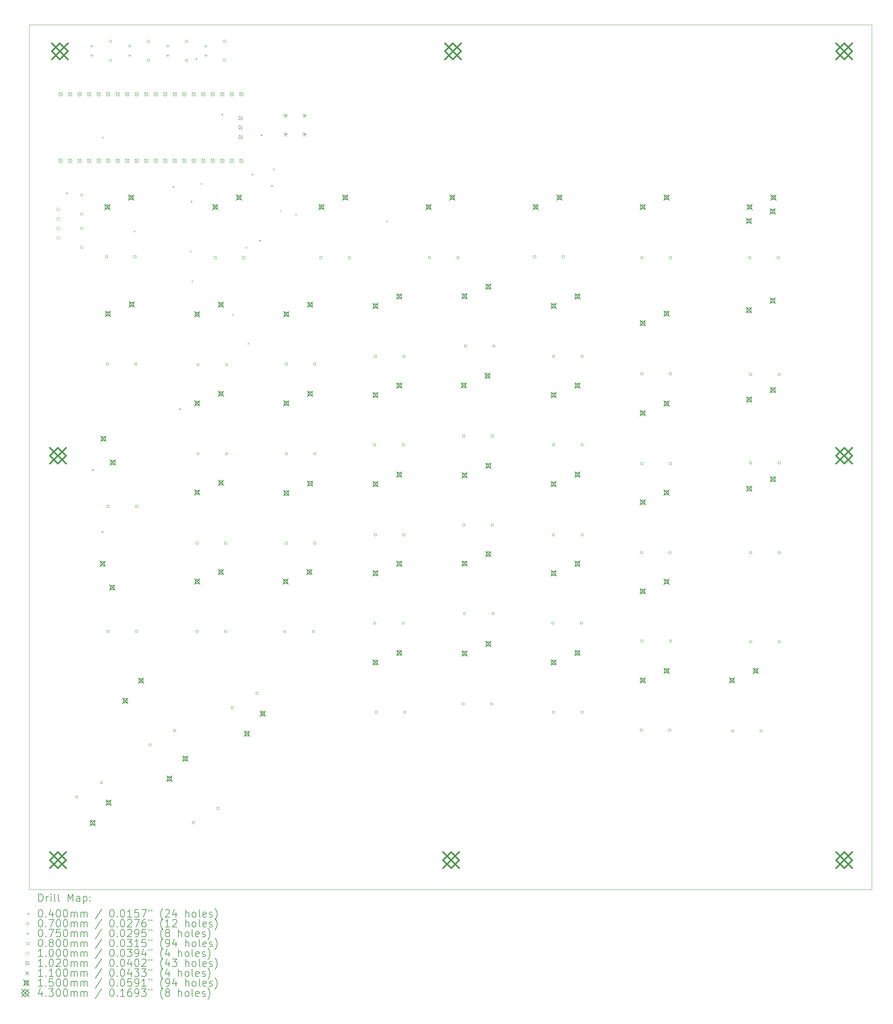
<source format=gbr>
%TF.GenerationSoftware,KiCad,Pcbnew,6.0.9-8da3e8f707~116~ubuntu20.04.1*%
%TF.CreationDate,2022-11-04T12:27:43+01:00*%
%TF.ProjectId,98keys-right,39386b65-7973-42d7-9269-6768742e6b69,rev?*%
%TF.SameCoordinates,Original*%
%TF.FileFunction,Drillmap*%
%TF.FilePolarity,Positive*%
%FSLAX45Y45*%
G04 Gerber Fmt 4.5, Leading zero omitted, Abs format (unit mm)*
G04 Created by KiCad (PCBNEW 6.0.9-8da3e8f707~116~ubuntu20.04.1) date 2022-11-04 12:27:43*
%MOMM*%
%LPD*%
G01*
G04 APERTURE LIST*
%ADD10C,0.100000*%
%ADD11C,0.200000*%
%ADD12C,0.040000*%
%ADD13C,0.070000*%
%ADD14C,0.075000*%
%ADD15C,0.080000*%
%ADD16C,0.102000*%
%ADD17C,0.110000*%
%ADD18C,0.150000*%
%ADD19C,0.430000*%
G04 APERTURE END LIST*
D10*
X6600000Y-2300000D02*
X29100000Y-2300000D01*
X29100000Y-2300000D02*
X29100000Y-25400000D01*
X29100000Y-25400000D02*
X6600000Y-25400000D01*
X6600000Y-25400000D02*
X6600000Y-2300000D01*
D11*
D12*
X7580000Y-6780000D02*
X7620000Y-6820000D01*
X7620000Y-6780000D02*
X7580000Y-6820000D01*
X8276080Y-14170000D02*
X8316080Y-14210000D01*
X8316080Y-14170000D02*
X8276080Y-14210000D01*
X8530000Y-15830000D02*
X8570000Y-15870000D01*
X8570000Y-15830000D02*
X8530000Y-15870000D01*
X8541720Y-5292000D02*
X8581720Y-5332000D01*
X8581720Y-5292000D02*
X8541720Y-5332000D01*
X9388630Y-7798910D02*
X9428630Y-7838910D01*
X9428630Y-7798910D02*
X9388630Y-7838910D01*
X10421500Y-6609410D02*
X10461500Y-6649410D01*
X10461500Y-6609410D02*
X10421500Y-6649410D01*
X10591330Y-12544450D02*
X10631330Y-12584450D01*
X10631330Y-12544450D02*
X10591330Y-12584450D01*
X10888390Y-8332510D02*
X10928390Y-8372510D01*
X10928390Y-8332510D02*
X10888390Y-8372510D01*
X10910900Y-7004980D02*
X10950900Y-7044980D01*
X10950900Y-7004980D02*
X10910900Y-7044980D01*
X10930000Y-9130000D02*
X10970000Y-9170000D01*
X10970000Y-9130000D02*
X10930000Y-9170000D01*
X11038500Y-3193000D02*
X11078500Y-3233000D01*
X11078500Y-3193000D02*
X11038500Y-3233000D01*
X11180000Y-6530000D02*
X11220000Y-6570000D01*
X11220000Y-6530000D02*
X11180000Y-6570000D01*
X11731120Y-4685110D02*
X11771120Y-4725110D01*
X11771120Y-4685110D02*
X11731120Y-4725110D01*
X12014350Y-10026550D02*
X12054350Y-10066550D01*
X12054350Y-10026550D02*
X12014350Y-10066550D01*
X12380000Y-8230000D02*
X12420000Y-8270000D01*
X12420000Y-8230000D02*
X12380000Y-8270000D01*
X12431510Y-10800200D02*
X12471510Y-10840200D01*
X12471510Y-10800200D02*
X12431510Y-10840200D01*
X12530000Y-6280000D02*
X12570000Y-6320000D01*
X12570000Y-6280000D02*
X12530000Y-6320000D01*
X12735450Y-8050000D02*
X12775450Y-8090000D01*
X12775450Y-8050000D02*
X12735450Y-8090000D01*
X12780000Y-5230000D02*
X12820000Y-5270000D01*
X12820000Y-5230000D02*
X12780000Y-5270000D01*
X13056900Y-6584980D02*
X13096900Y-6624980D01*
X13096900Y-6584980D02*
X13056900Y-6624980D01*
X13106080Y-6140240D02*
X13146080Y-6180240D01*
X13146080Y-6140240D02*
X13106080Y-6180240D01*
X13297780Y-7253380D02*
X13337780Y-7293380D01*
X13337780Y-7253380D02*
X13297780Y-7293380D01*
X13703030Y-7348890D02*
X13743030Y-7388890D01*
X13743030Y-7348890D02*
X13703030Y-7388890D01*
X16130000Y-7530000D02*
X16170000Y-7570000D01*
X16170000Y-7530000D02*
X16130000Y-7570000D01*
D13*
X8035000Y-6853000D02*
G75*
G03*
X8035000Y-6853000I-35000J0D01*
G01*
X8035000Y-7361000D02*
G75*
G03*
X8035000Y-7361000I-35000J0D01*
G01*
X8035000Y-7742000D02*
G75*
G03*
X8035000Y-7742000I-35000J0D01*
G01*
X8035000Y-8250000D02*
G75*
G03*
X8035000Y-8250000I-35000J0D01*
G01*
X8803000Y-2746000D02*
G75*
G03*
X8803000Y-2746000I-35000J0D01*
G01*
X8803000Y-3254000D02*
G75*
G03*
X8803000Y-3254000I-35000J0D01*
G01*
X9819000Y-2746000D02*
G75*
G03*
X9819000Y-2746000I-35000J0D01*
G01*
X9819000Y-3254000D02*
G75*
G03*
X9819000Y-3254000I-35000J0D01*
G01*
X10835000Y-2746000D02*
G75*
G03*
X10835000Y-2746000I-35000J0D01*
G01*
X10835000Y-3254000D02*
G75*
G03*
X10835000Y-3254000I-35000J0D01*
G01*
X11851000Y-2746000D02*
G75*
G03*
X11851000Y-2746000I-35000J0D01*
G01*
X11851000Y-3254000D02*
G75*
G03*
X11851000Y-3254000I-35000J0D01*
G01*
D14*
X8260000Y-2835500D02*
X8260000Y-2910500D01*
X8222500Y-2873000D02*
X8297500Y-2873000D01*
X8260000Y-3089500D02*
X8260000Y-3164500D01*
X8222500Y-3127000D02*
X8297500Y-3127000D01*
X9276000Y-2835500D02*
X9276000Y-2910500D01*
X9238500Y-2873000D02*
X9313500Y-2873000D01*
X9276000Y-3089500D02*
X9276000Y-3164500D01*
X9238500Y-3127000D02*
X9313500Y-3127000D01*
X10292000Y-2835500D02*
X10292000Y-2910500D01*
X10254500Y-2873000D02*
X10329500Y-2873000D01*
X10292000Y-3089500D02*
X10292000Y-3164500D01*
X10254500Y-3127000D02*
X10329500Y-3127000D01*
X11308000Y-2835500D02*
X11308000Y-2910500D01*
X11270500Y-2873000D02*
X11345500Y-2873000D01*
X11308000Y-3089500D02*
X11308000Y-3164500D01*
X11270500Y-3127000D02*
X11345500Y-3127000D01*
D15*
X7887374Y-22948744D02*
X7887374Y-22892175D01*
X7830805Y-22892175D01*
X7830805Y-22948744D01*
X7887374Y-22948744D01*
X8547286Y-22567744D02*
X8547286Y-22511175D01*
X8490717Y-22511175D01*
X8490717Y-22567744D01*
X8547286Y-22567744D01*
X8688285Y-8528245D02*
X8688285Y-8471676D01*
X8631716Y-8471676D01*
X8631716Y-8528245D01*
X8688285Y-8528245D01*
X8708285Y-11388244D02*
X8708285Y-11331675D01*
X8651716Y-11331675D01*
X8651716Y-11388244D01*
X8708285Y-11388244D01*
X8728285Y-15188244D02*
X8728285Y-15131675D01*
X8671716Y-15131675D01*
X8671716Y-15188244D01*
X8728285Y-15188244D01*
X8728285Y-18528245D02*
X8728285Y-18471676D01*
X8671716Y-18471676D01*
X8671716Y-18528245D01*
X8728285Y-18528245D01*
X9450285Y-8528245D02*
X9450285Y-8471676D01*
X9393716Y-8471676D01*
X9393716Y-8528245D01*
X9450285Y-8528245D01*
X9470285Y-11388244D02*
X9470285Y-11331675D01*
X9413716Y-11331675D01*
X9413716Y-11388244D01*
X9470285Y-11388244D01*
X9490285Y-15188244D02*
X9490285Y-15131675D01*
X9433716Y-15131675D01*
X9433716Y-15188244D01*
X9490285Y-15188244D01*
X9490285Y-18528245D02*
X9490285Y-18471676D01*
X9433716Y-18471676D01*
X9433716Y-18528245D01*
X9490285Y-18528245D01*
X9848375Y-21559245D02*
X9848375Y-21502676D01*
X9791806Y-21502676D01*
X9791806Y-21559245D01*
X9848375Y-21559245D01*
X10508286Y-21178245D02*
X10508286Y-21121676D01*
X10451717Y-21121676D01*
X10451717Y-21178245D01*
X10508286Y-21178245D01*
X11008375Y-23639244D02*
X11008375Y-23582675D01*
X10951806Y-23582675D01*
X10951806Y-23639244D01*
X11008375Y-23639244D01*
X11108285Y-16168244D02*
X11108285Y-16111675D01*
X11051716Y-16111675D01*
X11051716Y-16168244D01*
X11108285Y-16168244D01*
X11108285Y-18528245D02*
X11108285Y-18471676D01*
X11051716Y-18471676D01*
X11051716Y-18528245D01*
X11108285Y-18528245D01*
X11128285Y-11408244D02*
X11128285Y-11351675D01*
X11071716Y-11351675D01*
X11071716Y-11408244D01*
X11128285Y-11408244D01*
X11128285Y-13788244D02*
X11128285Y-13731675D01*
X11071716Y-13731675D01*
X11071716Y-13788244D01*
X11128285Y-13788244D01*
X11588284Y-8548245D02*
X11588284Y-8491676D01*
X11531715Y-8491676D01*
X11531715Y-8548245D01*
X11588284Y-8548245D01*
X11668286Y-23258244D02*
X11668286Y-23201675D01*
X11611717Y-23201675D01*
X11611717Y-23258244D01*
X11668286Y-23258244D01*
X11870284Y-16168244D02*
X11870284Y-16111675D01*
X11813715Y-16111675D01*
X11813715Y-16168244D01*
X11870284Y-16168244D01*
X11870284Y-18528245D02*
X11870284Y-18471676D01*
X11813715Y-18471676D01*
X11813715Y-18528245D01*
X11870284Y-18528245D01*
X11890284Y-11408244D02*
X11890284Y-11351675D01*
X11833715Y-11351675D01*
X11833715Y-11408244D01*
X11890284Y-11408244D01*
X11890284Y-13788244D02*
X11890284Y-13731675D01*
X11833715Y-13731675D01*
X11833715Y-13788244D01*
X11890284Y-13788244D01*
X12047284Y-20567745D02*
X12047284Y-20511176D01*
X11990715Y-20511176D01*
X11990715Y-20567745D01*
X12047284Y-20567745D01*
X12350284Y-8548245D02*
X12350284Y-8491676D01*
X12293715Y-8491676D01*
X12293715Y-8548245D01*
X12350284Y-8548245D01*
X12707196Y-20186745D02*
X12707196Y-20130176D01*
X12650627Y-20130176D01*
X12650627Y-20186745D01*
X12707196Y-20186745D01*
X13448284Y-18528245D02*
X13448284Y-18471676D01*
X13391715Y-18471676D01*
X13391715Y-18528245D01*
X13448284Y-18528245D01*
X13488284Y-11388244D02*
X13488284Y-11331675D01*
X13431715Y-11331675D01*
X13431715Y-11388244D01*
X13488284Y-11388244D01*
X13488284Y-13788244D02*
X13488284Y-13731675D01*
X13431715Y-13731675D01*
X13431715Y-13788244D01*
X13488284Y-13788244D01*
X13488284Y-16168244D02*
X13488284Y-16111675D01*
X13431715Y-16111675D01*
X13431715Y-16168244D01*
X13488284Y-16168244D01*
X14210284Y-18528245D02*
X14210284Y-18471676D01*
X14153715Y-18471676D01*
X14153715Y-18528245D01*
X14210284Y-18528245D01*
X14250284Y-11388244D02*
X14250284Y-11331675D01*
X14193715Y-11331675D01*
X14193715Y-11388244D01*
X14250284Y-11388244D01*
X14250284Y-13788244D02*
X14250284Y-13731675D01*
X14193715Y-13731675D01*
X14193715Y-13788244D01*
X14250284Y-13788244D01*
X14250284Y-16168244D02*
X14250284Y-16111675D01*
X14193715Y-16111675D01*
X14193715Y-16168244D01*
X14250284Y-16168244D01*
X14408284Y-8548245D02*
X14408284Y-8491676D01*
X14351715Y-8491676D01*
X14351715Y-8548245D01*
X14408284Y-8548245D01*
X15170284Y-8548245D02*
X15170284Y-8491676D01*
X15113715Y-8491676D01*
X15113715Y-8548245D01*
X15170284Y-8548245D01*
X15848284Y-13548244D02*
X15848284Y-13491675D01*
X15791715Y-13491675D01*
X15791715Y-13548244D01*
X15848284Y-13548244D01*
X15848284Y-18308245D02*
X15848284Y-18251676D01*
X15791715Y-18251676D01*
X15791715Y-18308245D01*
X15848284Y-18308245D01*
X15868284Y-11188244D02*
X15868284Y-11131676D01*
X15811715Y-11131676D01*
X15811715Y-11188244D01*
X15868284Y-11188244D01*
X15868284Y-15948244D02*
X15868284Y-15891675D01*
X15811715Y-15891675D01*
X15811715Y-15948244D01*
X15868284Y-15948244D01*
X15888284Y-20688245D02*
X15888284Y-20631676D01*
X15831715Y-20631676D01*
X15831715Y-20688245D01*
X15888284Y-20688245D01*
X16610284Y-13548244D02*
X16610284Y-13491675D01*
X16553715Y-13491675D01*
X16553715Y-13548244D01*
X16610284Y-13548244D01*
X16610284Y-18308245D02*
X16610284Y-18251676D01*
X16553715Y-18251676D01*
X16553715Y-18308245D01*
X16610284Y-18308245D01*
X16630284Y-11188244D02*
X16630284Y-11131676D01*
X16573715Y-11131676D01*
X16573715Y-11188244D01*
X16630284Y-11188244D01*
X16630284Y-15948244D02*
X16630284Y-15891675D01*
X16573715Y-15891675D01*
X16573715Y-15948244D01*
X16630284Y-15948244D01*
X16650284Y-20688245D02*
X16650284Y-20631676D01*
X16593715Y-20631676D01*
X16593715Y-20688245D01*
X16650284Y-20688245D01*
X17308285Y-8548245D02*
X17308285Y-8491676D01*
X17251716Y-8491676D01*
X17251716Y-8548245D01*
X17308285Y-8548245D01*
X18070285Y-8548245D02*
X18070285Y-8491676D01*
X18013716Y-8491676D01*
X18013716Y-8548245D01*
X18070285Y-8548245D01*
X18208285Y-20468245D02*
X18208285Y-20411676D01*
X18151716Y-20411676D01*
X18151716Y-20468245D01*
X18208285Y-20468245D01*
X18228285Y-13308244D02*
X18228285Y-13251675D01*
X18171716Y-13251675D01*
X18171716Y-13308244D01*
X18228285Y-13308244D01*
X18228285Y-15688244D02*
X18228285Y-15631675D01*
X18171716Y-15631675D01*
X18171716Y-15688244D01*
X18228285Y-15688244D01*
X18248285Y-18048245D02*
X18248285Y-17991676D01*
X18191716Y-17991676D01*
X18191716Y-18048245D01*
X18248285Y-18048245D01*
X18268285Y-10908245D02*
X18268285Y-10851676D01*
X18211716Y-10851676D01*
X18211716Y-10908245D01*
X18268285Y-10908245D01*
X18970285Y-20468245D02*
X18970285Y-20411676D01*
X18913716Y-20411676D01*
X18913716Y-20468245D01*
X18970285Y-20468245D01*
X18990285Y-13308244D02*
X18990285Y-13251675D01*
X18933716Y-13251675D01*
X18933716Y-13308244D01*
X18990285Y-13308244D01*
X18990285Y-15688244D02*
X18990285Y-15631675D01*
X18933716Y-15631675D01*
X18933716Y-15688244D01*
X18990285Y-15688244D01*
X19010285Y-18048245D02*
X19010285Y-17991676D01*
X18953716Y-17991676D01*
X18953716Y-18048245D01*
X19010285Y-18048245D01*
X19030285Y-10908245D02*
X19030285Y-10851676D01*
X18973716Y-10851676D01*
X18973716Y-10908245D01*
X19030285Y-10908245D01*
X20126285Y-8528245D02*
X20126285Y-8471676D01*
X20069716Y-8471676D01*
X20069716Y-8528245D01*
X20126285Y-8528245D01*
X20606285Y-18308245D02*
X20606285Y-18251676D01*
X20549716Y-18251676D01*
X20549716Y-18308245D01*
X20606285Y-18308245D01*
X20628285Y-11188244D02*
X20628285Y-11131676D01*
X20571716Y-11131676D01*
X20571716Y-11188244D01*
X20628285Y-11188244D01*
X20628285Y-13548244D02*
X20628285Y-13491675D01*
X20571716Y-13491675D01*
X20571716Y-13548244D01*
X20628285Y-13548244D01*
X20628285Y-15948244D02*
X20628285Y-15891675D01*
X20571716Y-15891675D01*
X20571716Y-15948244D01*
X20628285Y-15948244D01*
X20628285Y-20688245D02*
X20628285Y-20631676D01*
X20571716Y-20631676D01*
X20571716Y-20688245D01*
X20628285Y-20688245D01*
X20888285Y-8528245D02*
X20888285Y-8471676D01*
X20831716Y-8471676D01*
X20831716Y-8528245D01*
X20888285Y-8528245D01*
X21368285Y-18308245D02*
X21368285Y-18251676D01*
X21311716Y-18251676D01*
X21311716Y-18308245D01*
X21368285Y-18308245D01*
X21390285Y-11188244D02*
X21390285Y-11131676D01*
X21333716Y-11131676D01*
X21333716Y-11188244D01*
X21390285Y-11188244D01*
X21390285Y-13548244D02*
X21390285Y-13491675D01*
X21333716Y-13491675D01*
X21333716Y-13548244D01*
X21390285Y-13548244D01*
X21390285Y-15948244D02*
X21390285Y-15891675D01*
X21333716Y-15891675D01*
X21333716Y-15948244D01*
X21390285Y-15948244D01*
X21390285Y-20688245D02*
X21390285Y-20631676D01*
X21333716Y-20631676D01*
X21333716Y-20688245D01*
X21390285Y-20688245D01*
X22966284Y-21168245D02*
X22966284Y-21111676D01*
X22909715Y-21111676D01*
X22909715Y-21168245D01*
X22966284Y-21168245D01*
X22968284Y-16428244D02*
X22968284Y-16371675D01*
X22911715Y-16371675D01*
X22911715Y-16428244D01*
X22968284Y-16428244D01*
X22986284Y-8548245D02*
X22986284Y-8491676D01*
X22929715Y-8491676D01*
X22929715Y-8548245D01*
X22986284Y-8548245D01*
X22988284Y-11648244D02*
X22988284Y-11591675D01*
X22931715Y-11591675D01*
X22931715Y-11648244D01*
X22988284Y-11648244D01*
X22988284Y-14048244D02*
X22988284Y-13991675D01*
X22931715Y-13991675D01*
X22931715Y-14048244D01*
X22988284Y-14048244D01*
X22988284Y-18788245D02*
X22988284Y-18731676D01*
X22931715Y-18731676D01*
X22931715Y-18788245D01*
X22988284Y-18788245D01*
X23728284Y-21168245D02*
X23728284Y-21111676D01*
X23671715Y-21111676D01*
X23671715Y-21168245D01*
X23728284Y-21168245D01*
X23730284Y-16428244D02*
X23730284Y-16371675D01*
X23673715Y-16371675D01*
X23673715Y-16428244D01*
X23730284Y-16428244D01*
X23748284Y-8548245D02*
X23748284Y-8491676D01*
X23691715Y-8491676D01*
X23691715Y-8548245D01*
X23748284Y-8548245D01*
X23750284Y-11648244D02*
X23750284Y-11591675D01*
X23693715Y-11591675D01*
X23693715Y-11648244D01*
X23750284Y-11648244D01*
X23750284Y-14048244D02*
X23750284Y-13991675D01*
X23693715Y-13991675D01*
X23693715Y-14048244D01*
X23750284Y-14048244D01*
X23750284Y-18788245D02*
X23750284Y-18731676D01*
X23693715Y-18731676D01*
X23693715Y-18788245D01*
X23750284Y-18788245D01*
X25408284Y-21188245D02*
X25408284Y-21131676D01*
X25351715Y-21131676D01*
X25351715Y-21188245D01*
X25408284Y-21188245D01*
X25866284Y-8548245D02*
X25866284Y-8491676D01*
X25809715Y-8491676D01*
X25809715Y-8548245D01*
X25866284Y-8548245D01*
X25888284Y-11668244D02*
X25888284Y-11611675D01*
X25831715Y-11611675D01*
X25831715Y-11668244D01*
X25888284Y-11668244D01*
X25888284Y-14028244D02*
X25888284Y-13971675D01*
X25831715Y-13971675D01*
X25831715Y-14028244D01*
X25888284Y-14028244D01*
X25888284Y-16428244D02*
X25888284Y-16371675D01*
X25831715Y-16371675D01*
X25831715Y-16428244D01*
X25888284Y-16428244D01*
X25888284Y-18808245D02*
X25888284Y-18751676D01*
X25831715Y-18751676D01*
X25831715Y-18808245D01*
X25888284Y-18808245D01*
X26170284Y-21188245D02*
X26170284Y-21131676D01*
X26113715Y-21131676D01*
X26113715Y-21188245D01*
X26170284Y-21188245D01*
X26628284Y-8548245D02*
X26628284Y-8491676D01*
X26571715Y-8491676D01*
X26571715Y-8548245D01*
X26628284Y-8548245D01*
X26650284Y-11668244D02*
X26650284Y-11611675D01*
X26593715Y-11611675D01*
X26593715Y-11668244D01*
X26650284Y-11668244D01*
X26650284Y-14028244D02*
X26650284Y-13971675D01*
X26593715Y-13971675D01*
X26593715Y-14028244D01*
X26650284Y-14028244D01*
X26650284Y-16428244D02*
X26650284Y-16371675D01*
X26593715Y-16371675D01*
X26593715Y-16428244D01*
X26650284Y-16428244D01*
X26650284Y-18808245D02*
X26650284Y-18751676D01*
X26593715Y-18751676D01*
X26593715Y-18808245D01*
X26650284Y-18808245D01*
D10*
X7365000Y-7284000D02*
X7415000Y-7234000D01*
X7365000Y-7184000D01*
X7315000Y-7234000D01*
X7365000Y-7284000D01*
X7365000Y-7538000D02*
X7415000Y-7488000D01*
X7365000Y-7438000D01*
X7315000Y-7488000D01*
X7365000Y-7538000D01*
X7365000Y-7792000D02*
X7415000Y-7742000D01*
X7365000Y-7692000D01*
X7315000Y-7742000D01*
X7365000Y-7792000D01*
X7365000Y-8046000D02*
X7415000Y-7996000D01*
X7365000Y-7946000D01*
X7315000Y-7996000D01*
X7365000Y-8046000D01*
D16*
X7386000Y-4110000D02*
X7488000Y-4212000D01*
X7488000Y-4110000D02*
X7386000Y-4212000D01*
X7488000Y-4161000D02*
G75*
G03*
X7488000Y-4161000I-51000J0D01*
G01*
X7386000Y-5888000D02*
X7488000Y-5990000D01*
X7488000Y-5888000D02*
X7386000Y-5990000D01*
X7488000Y-5939000D02*
G75*
G03*
X7488000Y-5939000I-51000J0D01*
G01*
X7640000Y-4110000D02*
X7742000Y-4212000D01*
X7742000Y-4110000D02*
X7640000Y-4212000D01*
X7742000Y-4161000D02*
G75*
G03*
X7742000Y-4161000I-51000J0D01*
G01*
X7640000Y-5888000D02*
X7742000Y-5990000D01*
X7742000Y-5888000D02*
X7640000Y-5990000D01*
X7742000Y-5939000D02*
G75*
G03*
X7742000Y-5939000I-51000J0D01*
G01*
X7894000Y-4110000D02*
X7996000Y-4212000D01*
X7996000Y-4110000D02*
X7894000Y-4212000D01*
X7996000Y-4161000D02*
G75*
G03*
X7996000Y-4161000I-51000J0D01*
G01*
X7894000Y-5888000D02*
X7996000Y-5990000D01*
X7996000Y-5888000D02*
X7894000Y-5990000D01*
X7996000Y-5939000D02*
G75*
G03*
X7996000Y-5939000I-51000J0D01*
G01*
X8148000Y-4110000D02*
X8250000Y-4212000D01*
X8250000Y-4110000D02*
X8148000Y-4212000D01*
X8250000Y-4161000D02*
G75*
G03*
X8250000Y-4161000I-51000J0D01*
G01*
X8148000Y-5888000D02*
X8250000Y-5990000D01*
X8250000Y-5888000D02*
X8148000Y-5990000D01*
X8250000Y-5939000D02*
G75*
G03*
X8250000Y-5939000I-51000J0D01*
G01*
X8402000Y-4110000D02*
X8504000Y-4212000D01*
X8504000Y-4110000D02*
X8402000Y-4212000D01*
X8504000Y-4161000D02*
G75*
G03*
X8504000Y-4161000I-51000J0D01*
G01*
X8402000Y-5888000D02*
X8504000Y-5990000D01*
X8504000Y-5888000D02*
X8402000Y-5990000D01*
X8504000Y-5939000D02*
G75*
G03*
X8504000Y-5939000I-51000J0D01*
G01*
X8656000Y-4110000D02*
X8758000Y-4212000D01*
X8758000Y-4110000D02*
X8656000Y-4212000D01*
X8758000Y-4161000D02*
G75*
G03*
X8758000Y-4161000I-51000J0D01*
G01*
X8656000Y-5888000D02*
X8758000Y-5990000D01*
X8758000Y-5888000D02*
X8656000Y-5990000D01*
X8758000Y-5939000D02*
G75*
G03*
X8758000Y-5939000I-51000J0D01*
G01*
X8910000Y-4110000D02*
X9012000Y-4212000D01*
X9012000Y-4110000D02*
X8910000Y-4212000D01*
X9012000Y-4161000D02*
G75*
G03*
X9012000Y-4161000I-51000J0D01*
G01*
X8910000Y-5888000D02*
X9012000Y-5990000D01*
X9012000Y-5888000D02*
X8910000Y-5990000D01*
X9012000Y-5939000D02*
G75*
G03*
X9012000Y-5939000I-51000J0D01*
G01*
X9164000Y-4110000D02*
X9266000Y-4212000D01*
X9266000Y-4110000D02*
X9164000Y-4212000D01*
X9266000Y-4161000D02*
G75*
G03*
X9266000Y-4161000I-51000J0D01*
G01*
X9164000Y-5888000D02*
X9266000Y-5990000D01*
X9266000Y-5888000D02*
X9164000Y-5990000D01*
X9266000Y-5939000D02*
G75*
G03*
X9266000Y-5939000I-51000J0D01*
G01*
X9418000Y-4110000D02*
X9520000Y-4212000D01*
X9520000Y-4110000D02*
X9418000Y-4212000D01*
X9520000Y-4161000D02*
G75*
G03*
X9520000Y-4161000I-51000J0D01*
G01*
X9418000Y-5888000D02*
X9520000Y-5990000D01*
X9520000Y-5888000D02*
X9418000Y-5990000D01*
X9520000Y-5939000D02*
G75*
G03*
X9520000Y-5939000I-51000J0D01*
G01*
X9672000Y-4110000D02*
X9774000Y-4212000D01*
X9774000Y-4110000D02*
X9672000Y-4212000D01*
X9774000Y-4161000D02*
G75*
G03*
X9774000Y-4161000I-51000J0D01*
G01*
X9672000Y-5888000D02*
X9774000Y-5990000D01*
X9774000Y-5888000D02*
X9672000Y-5990000D01*
X9774000Y-5939000D02*
G75*
G03*
X9774000Y-5939000I-51000J0D01*
G01*
X9926000Y-4110000D02*
X10028000Y-4212000D01*
X10028000Y-4110000D02*
X9926000Y-4212000D01*
X10028000Y-4161000D02*
G75*
G03*
X10028000Y-4161000I-51000J0D01*
G01*
X9926000Y-5888000D02*
X10028000Y-5990000D01*
X10028000Y-5888000D02*
X9926000Y-5990000D01*
X10028000Y-5939000D02*
G75*
G03*
X10028000Y-5939000I-51000J0D01*
G01*
X10180000Y-4110000D02*
X10282000Y-4212000D01*
X10282000Y-4110000D02*
X10180000Y-4212000D01*
X10282000Y-4161000D02*
G75*
G03*
X10282000Y-4161000I-51000J0D01*
G01*
X10180000Y-5888000D02*
X10282000Y-5990000D01*
X10282000Y-5888000D02*
X10180000Y-5990000D01*
X10282000Y-5939000D02*
G75*
G03*
X10282000Y-5939000I-51000J0D01*
G01*
X10434000Y-4110000D02*
X10536000Y-4212000D01*
X10536000Y-4110000D02*
X10434000Y-4212000D01*
X10536000Y-4161000D02*
G75*
G03*
X10536000Y-4161000I-51000J0D01*
G01*
X10434000Y-5888000D02*
X10536000Y-5990000D01*
X10536000Y-5888000D02*
X10434000Y-5990000D01*
X10536000Y-5939000D02*
G75*
G03*
X10536000Y-5939000I-51000J0D01*
G01*
X10688000Y-4110000D02*
X10790000Y-4212000D01*
X10790000Y-4110000D02*
X10688000Y-4212000D01*
X10790000Y-4161000D02*
G75*
G03*
X10790000Y-4161000I-51000J0D01*
G01*
X10688000Y-5888000D02*
X10790000Y-5990000D01*
X10790000Y-5888000D02*
X10688000Y-5990000D01*
X10790000Y-5939000D02*
G75*
G03*
X10790000Y-5939000I-51000J0D01*
G01*
X10942000Y-4110000D02*
X11044000Y-4212000D01*
X11044000Y-4110000D02*
X10942000Y-4212000D01*
X11044000Y-4161000D02*
G75*
G03*
X11044000Y-4161000I-51000J0D01*
G01*
X10942000Y-5888000D02*
X11044000Y-5990000D01*
X11044000Y-5888000D02*
X10942000Y-5990000D01*
X11044000Y-5939000D02*
G75*
G03*
X11044000Y-5939000I-51000J0D01*
G01*
X11196000Y-4110000D02*
X11298000Y-4212000D01*
X11298000Y-4110000D02*
X11196000Y-4212000D01*
X11298000Y-4161000D02*
G75*
G03*
X11298000Y-4161000I-51000J0D01*
G01*
X11196000Y-5888000D02*
X11298000Y-5990000D01*
X11298000Y-5888000D02*
X11196000Y-5990000D01*
X11298000Y-5939000D02*
G75*
G03*
X11298000Y-5939000I-51000J0D01*
G01*
X11450000Y-4110000D02*
X11552000Y-4212000D01*
X11552000Y-4110000D02*
X11450000Y-4212000D01*
X11552000Y-4161000D02*
G75*
G03*
X11552000Y-4161000I-51000J0D01*
G01*
X11450000Y-5888000D02*
X11552000Y-5990000D01*
X11552000Y-5888000D02*
X11450000Y-5990000D01*
X11552000Y-5939000D02*
G75*
G03*
X11552000Y-5939000I-51000J0D01*
G01*
X11704000Y-4110000D02*
X11806000Y-4212000D01*
X11806000Y-4110000D02*
X11704000Y-4212000D01*
X11806000Y-4161000D02*
G75*
G03*
X11806000Y-4161000I-51000J0D01*
G01*
X11704000Y-5888000D02*
X11806000Y-5990000D01*
X11806000Y-5888000D02*
X11704000Y-5990000D01*
X11806000Y-5939000D02*
G75*
G03*
X11806000Y-5939000I-51000J0D01*
G01*
X11958000Y-4110000D02*
X12060000Y-4212000D01*
X12060000Y-4110000D02*
X11958000Y-4212000D01*
X12060000Y-4161000D02*
G75*
G03*
X12060000Y-4161000I-51000J0D01*
G01*
X11958000Y-5888000D02*
X12060000Y-5990000D01*
X12060000Y-5888000D02*
X11958000Y-5990000D01*
X12060000Y-5939000D02*
G75*
G03*
X12060000Y-5939000I-51000J0D01*
G01*
X12189000Y-4745000D02*
X12291000Y-4847000D01*
X12291000Y-4745000D02*
X12189000Y-4847000D01*
X12291000Y-4796000D02*
G75*
G03*
X12291000Y-4796000I-51000J0D01*
G01*
X12189000Y-4999000D02*
X12291000Y-5101000D01*
X12291000Y-4999000D02*
X12189000Y-5101000D01*
X12291000Y-5050000D02*
G75*
G03*
X12291000Y-5050000I-51000J0D01*
G01*
X12189000Y-5253000D02*
X12291000Y-5355000D01*
X12291000Y-5253000D02*
X12189000Y-5355000D01*
X12291000Y-5304000D02*
G75*
G03*
X12291000Y-5304000I-51000J0D01*
G01*
X12212000Y-4110000D02*
X12314000Y-4212000D01*
X12314000Y-4110000D02*
X12212000Y-4212000D01*
X12314000Y-4161000D02*
G75*
G03*
X12314000Y-4161000I-51000J0D01*
G01*
X12212000Y-5888000D02*
X12314000Y-5990000D01*
X12314000Y-5888000D02*
X12212000Y-5990000D01*
X12314000Y-5939000D02*
G75*
G03*
X12314000Y-5939000I-51000J0D01*
G01*
D17*
X13390000Y-4670630D02*
X13500000Y-4780630D01*
X13500000Y-4670630D02*
X13390000Y-4780630D01*
X13445000Y-4670630D02*
X13445000Y-4780630D01*
X13390000Y-4725630D02*
X13500000Y-4725630D01*
X13390000Y-5170630D02*
X13500000Y-5280630D01*
X13500000Y-5170630D02*
X13390000Y-5280630D01*
X13445000Y-5170630D02*
X13445000Y-5280630D01*
X13390000Y-5225630D02*
X13500000Y-5225630D01*
X13890000Y-4670630D02*
X14000000Y-4780630D01*
X14000000Y-4670630D02*
X13890000Y-4780630D01*
X13945000Y-4670630D02*
X13945000Y-4780630D01*
X13890000Y-4725630D02*
X14000000Y-4725630D01*
X13890000Y-5170630D02*
X14000000Y-5280630D01*
X14000000Y-5170630D02*
X13890000Y-5280630D01*
X13945000Y-5170630D02*
X13945000Y-5280630D01*
X13890000Y-5225630D02*
X14000000Y-5225630D01*
D18*
X8218044Y-23545530D02*
X8368044Y-23695530D01*
X8368044Y-23545530D02*
X8218044Y-23695530D01*
X8346077Y-23673564D02*
X8346077Y-23567497D01*
X8240010Y-23567497D01*
X8240010Y-23673564D01*
X8346077Y-23673564D01*
X8485000Y-16624960D02*
X8635000Y-16774960D01*
X8635000Y-16624960D02*
X8485000Y-16774960D01*
X8613034Y-16752993D02*
X8613034Y-16646926D01*
X8506967Y-16646926D01*
X8506967Y-16752993D01*
X8613034Y-16752993D01*
X8505000Y-13284960D02*
X8655000Y-13434960D01*
X8655000Y-13284960D02*
X8505000Y-13434960D01*
X8633034Y-13412993D02*
X8633034Y-13306926D01*
X8526967Y-13306926D01*
X8526967Y-13412993D01*
X8633034Y-13412993D01*
X8610000Y-7098960D02*
X8760000Y-7248960D01*
X8760000Y-7098960D02*
X8610000Y-7248960D01*
X8738034Y-7226993D02*
X8738034Y-7120926D01*
X8631967Y-7120926D01*
X8631967Y-7226993D01*
X8738034Y-7226993D01*
X8624000Y-9950960D02*
X8774000Y-10100960D01*
X8774000Y-9950960D02*
X8624000Y-10100960D01*
X8752034Y-10078994D02*
X8752034Y-9972927D01*
X8645967Y-9972927D01*
X8645967Y-10078994D01*
X8752034Y-10078994D01*
X8640970Y-23008060D02*
X8790970Y-23158060D01*
X8790970Y-23008060D02*
X8640970Y-23158060D01*
X8769004Y-23136093D02*
X8769004Y-23030026D01*
X8662937Y-23030026D01*
X8662937Y-23136093D01*
X8769004Y-23136093D01*
X8739000Y-17259960D02*
X8889000Y-17409960D01*
X8889000Y-17259960D02*
X8739000Y-17409960D01*
X8867034Y-17387994D02*
X8867034Y-17281927D01*
X8760967Y-17281927D01*
X8760967Y-17387994D01*
X8867034Y-17387994D01*
X8759000Y-13919960D02*
X8909000Y-14069960D01*
X8909000Y-13919960D02*
X8759000Y-14069960D01*
X8887034Y-14047993D02*
X8887034Y-13941926D01*
X8780967Y-13941926D01*
X8780967Y-14047993D01*
X8887034Y-14047993D01*
X9088044Y-20285531D02*
X9238044Y-20435531D01*
X9238044Y-20285531D02*
X9088044Y-20435531D01*
X9216077Y-20413564D02*
X9216077Y-20307497D01*
X9110010Y-20307497D01*
X9110010Y-20413564D01*
X9216077Y-20413564D01*
X9245000Y-6844960D02*
X9395000Y-6994960D01*
X9395000Y-6844960D02*
X9245000Y-6994960D01*
X9373034Y-6972993D02*
X9373034Y-6866926D01*
X9266967Y-6866926D01*
X9266967Y-6972993D01*
X9373034Y-6972993D01*
X9259000Y-9696960D02*
X9409000Y-9846960D01*
X9409000Y-9696960D02*
X9259000Y-9846960D01*
X9387034Y-9824994D02*
X9387034Y-9718927D01*
X9280967Y-9718927D01*
X9280967Y-9824994D01*
X9387034Y-9824994D01*
X9510970Y-19748060D02*
X9660970Y-19898060D01*
X9660970Y-19748060D02*
X9510970Y-19898060D01*
X9639004Y-19876094D02*
X9639004Y-19770027D01*
X9532937Y-19770027D01*
X9532937Y-19876094D01*
X9639004Y-19876094D01*
X10268044Y-22365531D02*
X10418044Y-22515530D01*
X10418044Y-22365531D02*
X10268044Y-22515530D01*
X10396077Y-22493564D02*
X10396077Y-22387497D01*
X10290010Y-22387497D01*
X10290010Y-22493564D01*
X10396077Y-22493564D01*
X10690970Y-21828060D02*
X10840970Y-21978060D01*
X10840970Y-21828060D02*
X10690970Y-21978060D01*
X10819004Y-21956094D02*
X10819004Y-21850027D01*
X10712937Y-21850027D01*
X10712937Y-21956094D01*
X10819004Y-21956094D01*
X11010000Y-9958960D02*
X11160000Y-10108960D01*
X11160000Y-9958960D02*
X11010000Y-10108960D01*
X11138034Y-10086994D02*
X11138034Y-9980927D01*
X11031967Y-9980927D01*
X11031967Y-10086994D01*
X11138034Y-10086994D01*
X11010000Y-12338960D02*
X11160000Y-12488960D01*
X11160000Y-12338960D02*
X11010000Y-12488960D01*
X11138034Y-12466993D02*
X11138034Y-12360926D01*
X11031967Y-12360926D01*
X11031967Y-12466993D01*
X11138034Y-12466993D01*
X11010000Y-14718960D02*
X11160000Y-14868960D01*
X11160000Y-14718960D02*
X11010000Y-14868960D01*
X11138034Y-14846993D02*
X11138034Y-14740926D01*
X11031967Y-14740926D01*
X11031967Y-14846993D01*
X11138034Y-14846993D01*
X11010000Y-17098960D02*
X11160000Y-17248960D01*
X11160000Y-17098960D02*
X11010000Y-17248960D01*
X11138034Y-17226994D02*
X11138034Y-17120927D01*
X11031967Y-17120927D01*
X11031967Y-17226994D01*
X11138034Y-17226994D01*
X11490000Y-7098960D02*
X11640000Y-7248960D01*
X11640000Y-7098960D02*
X11490000Y-7248960D01*
X11618033Y-7226993D02*
X11618033Y-7120926D01*
X11511966Y-7120926D01*
X11511966Y-7226993D01*
X11618033Y-7226993D01*
X11645000Y-9704960D02*
X11795000Y-9854960D01*
X11795000Y-9704960D02*
X11645000Y-9854960D01*
X11773033Y-9832994D02*
X11773033Y-9726927D01*
X11666966Y-9726927D01*
X11666966Y-9832994D01*
X11773033Y-9832994D01*
X11645000Y-12084960D02*
X11795000Y-12234960D01*
X11795000Y-12084960D02*
X11645000Y-12234960D01*
X11773033Y-12212993D02*
X11773033Y-12106926D01*
X11666966Y-12106926D01*
X11666966Y-12212993D01*
X11773033Y-12212993D01*
X11645000Y-14464960D02*
X11795000Y-14614960D01*
X11795000Y-14464960D02*
X11645000Y-14614960D01*
X11773033Y-14592993D02*
X11773033Y-14486926D01*
X11666966Y-14486926D01*
X11666966Y-14592993D01*
X11773033Y-14592993D01*
X11645000Y-16844960D02*
X11795000Y-16994960D01*
X11795000Y-16844960D02*
X11645000Y-16994960D01*
X11773033Y-16972994D02*
X11773033Y-16866927D01*
X11666966Y-16866927D01*
X11666966Y-16972994D01*
X11773033Y-16972994D01*
X12125000Y-6844960D02*
X12275000Y-6994960D01*
X12275000Y-6844960D02*
X12125000Y-6994960D01*
X12253033Y-6972993D02*
X12253033Y-6866926D01*
X12146966Y-6866926D01*
X12146966Y-6972993D01*
X12253033Y-6972993D01*
X12338044Y-21165531D02*
X12488044Y-21315531D01*
X12488044Y-21165531D02*
X12338044Y-21315531D01*
X12466077Y-21293564D02*
X12466077Y-21187497D01*
X12360010Y-21187497D01*
X12360010Y-21293564D01*
X12466077Y-21293564D01*
X12760970Y-20628060D02*
X12910970Y-20778060D01*
X12910970Y-20628060D02*
X12760970Y-20778060D01*
X12889003Y-20756094D02*
X12889003Y-20650027D01*
X12782936Y-20650027D01*
X12782936Y-20756094D01*
X12889003Y-20756094D01*
X13370000Y-17098960D02*
X13520000Y-17248960D01*
X13520000Y-17098960D02*
X13370000Y-17248960D01*
X13498033Y-17226994D02*
X13498033Y-17120927D01*
X13391966Y-17120927D01*
X13391966Y-17226994D01*
X13498033Y-17226994D01*
X13390000Y-9958960D02*
X13540000Y-10108960D01*
X13540000Y-9958960D02*
X13390000Y-10108960D01*
X13518033Y-10086994D02*
X13518033Y-9980927D01*
X13411966Y-9980927D01*
X13411966Y-10086994D01*
X13518033Y-10086994D01*
X13390000Y-12338960D02*
X13540000Y-12488960D01*
X13540000Y-12338960D02*
X13390000Y-12488960D01*
X13518033Y-12466993D02*
X13518033Y-12360926D01*
X13411966Y-12360926D01*
X13411966Y-12466993D01*
X13518033Y-12466993D01*
X13390000Y-14738960D02*
X13540000Y-14888960D01*
X13540000Y-14738960D02*
X13390000Y-14888960D01*
X13518033Y-14866993D02*
X13518033Y-14760926D01*
X13411966Y-14760926D01*
X13411966Y-14866993D01*
X13518033Y-14866993D01*
X14005000Y-16844960D02*
X14155000Y-16994960D01*
X14155000Y-16844960D02*
X14005000Y-16994960D01*
X14133033Y-16972994D02*
X14133033Y-16866927D01*
X14026966Y-16866927D01*
X14026966Y-16972994D01*
X14133033Y-16972994D01*
X14025000Y-9704960D02*
X14175000Y-9854960D01*
X14175000Y-9704960D02*
X14025000Y-9854960D01*
X14153033Y-9832994D02*
X14153033Y-9726927D01*
X14046966Y-9726927D01*
X14046966Y-9832994D01*
X14153033Y-9832994D01*
X14025000Y-12084960D02*
X14175000Y-12234960D01*
X14175000Y-12084960D02*
X14025000Y-12234960D01*
X14153033Y-12212993D02*
X14153033Y-12106926D01*
X14046966Y-12106926D01*
X14046966Y-12212993D01*
X14153033Y-12212993D01*
X14025000Y-14484960D02*
X14175000Y-14634960D01*
X14175000Y-14484960D02*
X14025000Y-14634960D01*
X14153033Y-14612993D02*
X14153033Y-14506926D01*
X14046966Y-14506926D01*
X14046966Y-14612993D01*
X14153033Y-14612993D01*
X14330000Y-7098960D02*
X14480000Y-7248960D01*
X14480000Y-7098960D02*
X14330000Y-7248960D01*
X14458033Y-7226993D02*
X14458033Y-7120926D01*
X14351966Y-7120926D01*
X14351966Y-7226993D01*
X14458033Y-7226993D01*
X14965000Y-6844960D02*
X15115000Y-6994960D01*
X15115000Y-6844960D02*
X14965000Y-6994960D01*
X15093033Y-6972993D02*
X15093033Y-6866926D01*
X14986966Y-6866926D01*
X14986966Y-6972993D01*
X15093033Y-6972993D01*
X15770000Y-9738960D02*
X15920000Y-9888960D01*
X15920000Y-9738960D02*
X15770000Y-9888960D01*
X15898033Y-9866994D02*
X15898033Y-9760927D01*
X15791966Y-9760927D01*
X15791966Y-9866994D01*
X15898033Y-9866994D01*
X15770000Y-12118960D02*
X15920000Y-12268960D01*
X15920000Y-12118960D02*
X15770000Y-12268960D01*
X15898033Y-12246993D02*
X15898033Y-12140926D01*
X15791966Y-12140926D01*
X15791966Y-12246993D01*
X15898033Y-12246993D01*
X15770000Y-14498960D02*
X15920000Y-14648960D01*
X15920000Y-14498960D02*
X15770000Y-14648960D01*
X15898033Y-14626993D02*
X15898033Y-14520926D01*
X15791966Y-14520926D01*
X15791966Y-14626993D01*
X15898033Y-14626993D01*
X15770000Y-16878960D02*
X15920000Y-17028960D01*
X15920000Y-16878960D02*
X15770000Y-17028960D01*
X15898033Y-17006994D02*
X15898033Y-16900927D01*
X15791966Y-16900927D01*
X15791966Y-17006994D01*
X15898033Y-17006994D01*
X15770000Y-19258960D02*
X15920000Y-19408960D01*
X15920000Y-19258960D02*
X15770000Y-19408960D01*
X15898033Y-19386994D02*
X15898033Y-19280927D01*
X15791966Y-19280927D01*
X15791966Y-19386994D01*
X15898033Y-19386994D01*
X16405000Y-9484960D02*
X16555000Y-9634960D01*
X16555000Y-9484960D02*
X16405000Y-9634960D01*
X16533033Y-9612994D02*
X16533033Y-9506927D01*
X16426966Y-9506927D01*
X16426966Y-9612994D01*
X16533033Y-9612994D01*
X16405000Y-11864960D02*
X16555000Y-12014960D01*
X16555000Y-11864960D02*
X16405000Y-12014960D01*
X16533033Y-11992993D02*
X16533033Y-11886926D01*
X16426966Y-11886926D01*
X16426966Y-11992993D01*
X16533033Y-11992993D01*
X16405000Y-14244960D02*
X16555000Y-14394960D01*
X16555000Y-14244960D02*
X16405000Y-14394960D01*
X16533033Y-14372993D02*
X16533033Y-14266926D01*
X16426966Y-14266926D01*
X16426966Y-14372993D01*
X16533033Y-14372993D01*
X16405000Y-16624960D02*
X16555000Y-16774960D01*
X16555000Y-16624960D02*
X16405000Y-16774960D01*
X16533033Y-16752993D02*
X16533033Y-16646926D01*
X16426966Y-16646926D01*
X16426966Y-16752993D01*
X16533033Y-16752993D01*
X16405000Y-19004960D02*
X16555000Y-19154960D01*
X16555000Y-19004960D02*
X16405000Y-19154960D01*
X16533033Y-19132994D02*
X16533033Y-19026927D01*
X16426966Y-19026927D01*
X16426966Y-19132994D01*
X16533033Y-19132994D01*
X17190000Y-7098960D02*
X17340000Y-7248960D01*
X17340000Y-7098960D02*
X17190000Y-7248960D01*
X17318034Y-7226993D02*
X17318034Y-7120926D01*
X17211967Y-7120926D01*
X17211967Y-7226993D01*
X17318034Y-7226993D01*
X17825000Y-6844960D02*
X17975000Y-6994960D01*
X17975000Y-6844960D02*
X17825000Y-6994960D01*
X17953034Y-6972993D02*
X17953034Y-6866926D01*
X17846967Y-6866926D01*
X17846967Y-6972993D01*
X17953034Y-6972993D01*
X18130000Y-11858960D02*
X18280000Y-12008960D01*
X18280000Y-11858960D02*
X18130000Y-12008960D01*
X18258034Y-11986993D02*
X18258034Y-11880926D01*
X18151967Y-11880926D01*
X18151967Y-11986993D01*
X18258034Y-11986993D01*
X18150000Y-9478960D02*
X18300000Y-9628960D01*
X18300000Y-9478960D02*
X18150000Y-9628960D01*
X18278034Y-9606994D02*
X18278034Y-9500927D01*
X18171967Y-9500927D01*
X18171967Y-9606994D01*
X18278034Y-9606994D01*
X18150000Y-14258960D02*
X18300000Y-14408960D01*
X18300000Y-14258960D02*
X18150000Y-14408960D01*
X18278034Y-14386993D02*
X18278034Y-14280926D01*
X18171967Y-14280926D01*
X18171967Y-14386993D01*
X18278034Y-14386993D01*
X18150000Y-16618960D02*
X18300000Y-16768960D01*
X18300000Y-16618960D02*
X18150000Y-16768960D01*
X18278034Y-16746993D02*
X18278034Y-16640926D01*
X18171967Y-16640926D01*
X18171967Y-16746993D01*
X18278034Y-16746993D01*
X18150000Y-19018960D02*
X18300000Y-19168960D01*
X18300000Y-19018960D02*
X18150000Y-19168960D01*
X18278034Y-19146994D02*
X18278034Y-19040927D01*
X18171967Y-19040927D01*
X18171967Y-19146994D01*
X18278034Y-19146994D01*
X18765000Y-11604960D02*
X18915000Y-11754960D01*
X18915000Y-11604960D02*
X18765000Y-11754960D01*
X18893034Y-11732993D02*
X18893034Y-11626926D01*
X18786967Y-11626926D01*
X18786967Y-11732993D01*
X18893034Y-11732993D01*
X18785000Y-9224960D02*
X18935000Y-9374960D01*
X18935000Y-9224960D02*
X18785000Y-9374960D01*
X18913034Y-9352994D02*
X18913034Y-9246927D01*
X18806967Y-9246927D01*
X18806967Y-9352994D01*
X18913034Y-9352994D01*
X18785000Y-14004960D02*
X18935000Y-14154960D01*
X18935000Y-14004960D02*
X18785000Y-14154960D01*
X18913034Y-14132993D02*
X18913034Y-14026926D01*
X18806967Y-14026926D01*
X18806967Y-14132993D01*
X18913034Y-14132993D01*
X18785000Y-16364960D02*
X18935000Y-16514960D01*
X18935000Y-16364960D02*
X18785000Y-16514960D01*
X18913034Y-16492993D02*
X18913034Y-16386926D01*
X18806967Y-16386926D01*
X18806967Y-16492993D01*
X18913034Y-16492993D01*
X18785000Y-18764960D02*
X18935000Y-18914960D01*
X18935000Y-18764960D02*
X18785000Y-18914960D01*
X18913034Y-18892994D02*
X18913034Y-18786927D01*
X18806967Y-18786927D01*
X18806967Y-18892994D01*
X18913034Y-18892994D01*
X20050000Y-7098960D02*
X20200000Y-7248960D01*
X20200000Y-7098960D02*
X20050000Y-7248960D01*
X20178034Y-7226993D02*
X20178034Y-7120926D01*
X20071967Y-7120926D01*
X20071967Y-7226993D01*
X20178034Y-7226993D01*
X20530000Y-9738960D02*
X20680000Y-9888960D01*
X20680000Y-9738960D02*
X20530000Y-9888960D01*
X20658034Y-9866994D02*
X20658034Y-9760927D01*
X20551967Y-9760927D01*
X20551967Y-9866994D01*
X20658034Y-9866994D01*
X20530000Y-12118960D02*
X20680000Y-12268960D01*
X20680000Y-12118960D02*
X20530000Y-12268960D01*
X20658034Y-12246993D02*
X20658034Y-12140926D01*
X20551967Y-12140926D01*
X20551967Y-12246993D01*
X20658034Y-12246993D01*
X20530000Y-14498960D02*
X20680000Y-14648960D01*
X20680000Y-14498960D02*
X20530000Y-14648960D01*
X20658034Y-14626993D02*
X20658034Y-14520926D01*
X20551967Y-14520926D01*
X20551967Y-14626993D01*
X20658034Y-14626993D01*
X20530000Y-16878960D02*
X20680000Y-17028960D01*
X20680000Y-16878960D02*
X20530000Y-17028960D01*
X20658034Y-17006994D02*
X20658034Y-16900927D01*
X20551967Y-16900927D01*
X20551967Y-17006994D01*
X20658034Y-17006994D01*
X20530000Y-19258960D02*
X20680000Y-19408960D01*
X20680000Y-19258960D02*
X20530000Y-19408960D01*
X20658034Y-19386994D02*
X20658034Y-19280927D01*
X20551967Y-19280927D01*
X20551967Y-19386994D01*
X20658034Y-19386994D01*
X20685000Y-6844960D02*
X20835000Y-6994960D01*
X20835000Y-6844960D02*
X20685000Y-6994960D01*
X20813034Y-6972993D02*
X20813034Y-6866926D01*
X20706967Y-6866926D01*
X20706967Y-6972993D01*
X20813034Y-6972993D01*
X21165000Y-9484960D02*
X21315000Y-9634960D01*
X21315000Y-9484960D02*
X21165000Y-9634960D01*
X21293034Y-9612994D02*
X21293034Y-9506927D01*
X21186967Y-9506927D01*
X21186967Y-9612994D01*
X21293034Y-9612994D01*
X21165000Y-11864960D02*
X21315000Y-12014960D01*
X21315000Y-11864960D02*
X21165000Y-12014960D01*
X21293034Y-11992993D02*
X21293034Y-11886926D01*
X21186967Y-11886926D01*
X21186967Y-11992993D01*
X21293034Y-11992993D01*
X21165000Y-14244960D02*
X21315000Y-14394960D01*
X21315000Y-14244960D02*
X21165000Y-14394960D01*
X21293034Y-14372993D02*
X21293034Y-14266926D01*
X21186967Y-14266926D01*
X21186967Y-14372993D01*
X21293034Y-14372993D01*
X21165000Y-16624960D02*
X21315000Y-16774960D01*
X21315000Y-16624960D02*
X21165000Y-16774960D01*
X21293034Y-16752993D02*
X21293034Y-16646926D01*
X21186967Y-16646926D01*
X21186967Y-16752993D01*
X21293034Y-16752993D01*
X21165000Y-19004960D02*
X21315000Y-19154960D01*
X21315000Y-19004960D02*
X21165000Y-19154960D01*
X21293034Y-19132994D02*
X21293034Y-19026927D01*
X21186967Y-19026927D01*
X21186967Y-19132994D01*
X21293034Y-19132994D01*
X22910000Y-7098960D02*
X23060000Y-7248960D01*
X23060000Y-7098960D02*
X22910000Y-7248960D01*
X23038033Y-7226993D02*
X23038033Y-7120926D01*
X22931966Y-7120926D01*
X22931966Y-7226993D01*
X23038033Y-7226993D01*
X22910000Y-10198960D02*
X23060000Y-10348960D01*
X23060000Y-10198960D02*
X22910000Y-10348960D01*
X23038033Y-10326994D02*
X23038033Y-10220927D01*
X22931966Y-10220927D01*
X22931966Y-10326994D01*
X23038033Y-10326994D01*
X22910000Y-12598960D02*
X23060000Y-12748960D01*
X23060000Y-12598960D02*
X22910000Y-12748960D01*
X23038033Y-12726993D02*
X23038033Y-12620926D01*
X22931966Y-12620926D01*
X22931966Y-12726993D01*
X23038033Y-12726993D01*
X22910000Y-14978960D02*
X23060000Y-15128960D01*
X23060000Y-14978960D02*
X22910000Y-15128960D01*
X23038033Y-15106993D02*
X23038033Y-15000926D01*
X22931966Y-15000926D01*
X22931966Y-15106993D01*
X23038033Y-15106993D01*
X22910000Y-17358960D02*
X23060000Y-17508960D01*
X23060000Y-17358960D02*
X22910000Y-17508960D01*
X23038033Y-17486994D02*
X23038033Y-17380927D01*
X22931966Y-17380927D01*
X22931966Y-17486994D01*
X23038033Y-17486994D01*
X22910000Y-19738960D02*
X23060000Y-19888960D01*
X23060000Y-19738960D02*
X22910000Y-19888960D01*
X23038033Y-19866994D02*
X23038033Y-19760927D01*
X22931966Y-19760927D01*
X22931966Y-19866994D01*
X23038033Y-19866994D01*
X23545000Y-6844960D02*
X23695000Y-6994960D01*
X23695000Y-6844960D02*
X23545000Y-6994960D01*
X23673033Y-6972993D02*
X23673033Y-6866926D01*
X23566966Y-6866926D01*
X23566966Y-6972993D01*
X23673033Y-6972993D01*
X23545000Y-9944960D02*
X23695000Y-10094960D01*
X23695000Y-9944960D02*
X23545000Y-10094960D01*
X23673033Y-10072994D02*
X23673033Y-9966927D01*
X23566966Y-9966927D01*
X23566966Y-10072994D01*
X23673033Y-10072994D01*
X23545000Y-12344960D02*
X23695000Y-12494960D01*
X23695000Y-12344960D02*
X23545000Y-12494960D01*
X23673033Y-12472993D02*
X23673033Y-12366926D01*
X23566966Y-12366926D01*
X23566966Y-12472993D01*
X23673033Y-12472993D01*
X23545000Y-14724960D02*
X23695000Y-14874960D01*
X23695000Y-14724960D02*
X23545000Y-14874960D01*
X23673033Y-14852993D02*
X23673033Y-14746926D01*
X23566966Y-14746926D01*
X23566966Y-14852993D01*
X23673033Y-14852993D01*
X23545000Y-17104960D02*
X23695000Y-17254960D01*
X23695000Y-17104960D02*
X23545000Y-17254960D01*
X23673033Y-17232994D02*
X23673033Y-17126927D01*
X23566966Y-17126927D01*
X23566966Y-17232994D01*
X23673033Y-17232994D01*
X23545000Y-19484960D02*
X23695000Y-19634960D01*
X23695000Y-19484960D02*
X23545000Y-19634960D01*
X23673033Y-19612994D02*
X23673033Y-19506927D01*
X23566966Y-19506927D01*
X23566966Y-19612994D01*
X23673033Y-19612994D01*
X25290000Y-19738960D02*
X25440000Y-19888960D01*
X25440000Y-19738960D02*
X25290000Y-19888960D01*
X25418033Y-19866994D02*
X25418033Y-19760927D01*
X25311966Y-19760927D01*
X25311966Y-19866994D01*
X25418033Y-19866994D01*
X25745000Y-7471500D02*
X25895000Y-7621500D01*
X25895000Y-7471500D02*
X25745000Y-7621500D01*
X25873033Y-7599533D02*
X25873033Y-7493466D01*
X25766966Y-7493466D01*
X25766966Y-7599533D01*
X25873033Y-7599533D01*
X25745000Y-9851500D02*
X25895000Y-10001500D01*
X25895000Y-9851500D02*
X25745000Y-10001500D01*
X25873033Y-9979534D02*
X25873033Y-9873467D01*
X25766966Y-9873467D01*
X25766966Y-9979534D01*
X25873033Y-9979534D01*
X25751000Y-12239500D02*
X25901000Y-12389500D01*
X25901000Y-12239500D02*
X25751000Y-12389500D01*
X25879033Y-12367533D02*
X25879033Y-12261466D01*
X25772966Y-12261466D01*
X25772966Y-12367533D01*
X25879033Y-12367533D01*
X25751000Y-14619500D02*
X25901000Y-14769500D01*
X25901000Y-14619500D02*
X25751000Y-14769500D01*
X25879033Y-14747533D02*
X25879033Y-14641466D01*
X25772966Y-14641466D01*
X25772966Y-14747533D01*
X25879033Y-14747533D01*
X25764000Y-7098960D02*
X25914000Y-7248960D01*
X25914000Y-7098960D02*
X25764000Y-7248960D01*
X25892033Y-7226993D02*
X25892033Y-7120926D01*
X25785966Y-7120926D01*
X25785966Y-7226993D01*
X25892033Y-7226993D01*
X25925000Y-19484960D02*
X26075000Y-19634960D01*
X26075000Y-19484960D02*
X25925000Y-19634960D01*
X26053033Y-19612994D02*
X26053033Y-19506927D01*
X25946966Y-19506927D01*
X25946966Y-19612994D01*
X26053033Y-19612994D01*
X26380000Y-7217500D02*
X26530000Y-7367500D01*
X26530000Y-7217500D02*
X26380000Y-7367500D01*
X26508033Y-7345533D02*
X26508033Y-7239466D01*
X26401966Y-7239466D01*
X26401966Y-7345533D01*
X26508033Y-7345533D01*
X26380000Y-9597500D02*
X26530000Y-9747500D01*
X26530000Y-9597500D02*
X26380000Y-9747500D01*
X26508033Y-9725534D02*
X26508033Y-9619467D01*
X26401966Y-9619467D01*
X26401966Y-9725534D01*
X26508033Y-9725534D01*
X26386000Y-11985500D02*
X26536000Y-12135500D01*
X26536000Y-11985500D02*
X26386000Y-12135500D01*
X26514033Y-12113533D02*
X26514033Y-12007466D01*
X26407966Y-12007466D01*
X26407966Y-12113533D01*
X26514033Y-12113533D01*
X26386000Y-14365500D02*
X26536000Y-14515500D01*
X26536000Y-14365500D02*
X26386000Y-14515500D01*
X26514033Y-14493533D02*
X26514033Y-14387466D01*
X26407966Y-14387466D01*
X26407966Y-14493533D01*
X26514033Y-14493533D01*
X26399000Y-6844960D02*
X26549000Y-6994960D01*
X26549000Y-6844960D02*
X26399000Y-6994960D01*
X26527033Y-6972993D02*
X26527033Y-6866926D01*
X26420966Y-6866926D01*
X26420966Y-6972993D01*
X26527033Y-6972993D01*
D19*
X7146000Y-13595500D02*
X7576000Y-14025500D01*
X7576000Y-13595500D02*
X7146000Y-14025500D01*
X7361000Y-14025500D02*
X7576000Y-13810500D01*
X7361000Y-13595500D01*
X7146000Y-13810500D01*
X7361000Y-14025500D01*
X7146000Y-24395500D02*
X7576000Y-24825500D01*
X7576000Y-24395500D02*
X7146000Y-24825500D01*
X7361000Y-24825500D02*
X7576000Y-24610500D01*
X7361000Y-24395500D01*
X7146000Y-24610500D01*
X7361000Y-24825500D01*
X7196000Y-2795500D02*
X7626000Y-3225500D01*
X7626000Y-2795500D02*
X7196000Y-3225500D01*
X7411000Y-3225500D02*
X7626000Y-3010500D01*
X7411000Y-2795500D01*
X7196000Y-3010500D01*
X7411000Y-3225500D01*
X17646000Y-24395500D02*
X18076000Y-24825500D01*
X18076000Y-24395500D02*
X17646000Y-24825500D01*
X17861000Y-24825500D02*
X18076000Y-24610500D01*
X17861000Y-24395500D01*
X17646000Y-24610500D01*
X17861000Y-24825500D01*
X17696000Y-2795500D02*
X18126000Y-3225500D01*
X18126000Y-2795500D02*
X17696000Y-3225500D01*
X17911000Y-3225500D02*
X18126000Y-3010500D01*
X17911000Y-2795500D01*
X17696000Y-3010500D01*
X17911000Y-3225500D01*
X28146000Y-2795500D02*
X28576000Y-3225500D01*
X28576000Y-2795500D02*
X28146000Y-3225500D01*
X28361000Y-3225500D02*
X28576000Y-3010500D01*
X28361000Y-2795500D01*
X28146000Y-3010500D01*
X28361000Y-3225500D01*
X28146000Y-13595500D02*
X28576000Y-14025500D01*
X28576000Y-13595500D02*
X28146000Y-14025500D01*
X28361000Y-14025500D02*
X28576000Y-13810500D01*
X28361000Y-13595500D01*
X28146000Y-13810500D01*
X28361000Y-14025500D01*
X28146000Y-24395500D02*
X28576000Y-24825500D01*
X28576000Y-24395500D02*
X28146000Y-24825500D01*
X28361000Y-24825500D02*
X28576000Y-24610500D01*
X28361000Y-24395500D01*
X28146000Y-24610500D01*
X28361000Y-24825500D01*
D11*
X6852619Y-25715476D02*
X6852619Y-25515476D01*
X6900238Y-25515476D01*
X6928809Y-25525000D01*
X6947857Y-25544048D01*
X6957381Y-25563095D01*
X6966905Y-25601190D01*
X6966905Y-25629762D01*
X6957381Y-25667857D01*
X6947857Y-25686905D01*
X6928809Y-25705952D01*
X6900238Y-25715476D01*
X6852619Y-25715476D01*
X7052619Y-25715476D02*
X7052619Y-25582143D01*
X7052619Y-25620238D02*
X7062143Y-25601190D01*
X7071667Y-25591667D01*
X7090714Y-25582143D01*
X7109762Y-25582143D01*
X7176428Y-25715476D02*
X7176428Y-25582143D01*
X7176428Y-25515476D02*
X7166905Y-25525000D01*
X7176428Y-25534524D01*
X7185952Y-25525000D01*
X7176428Y-25515476D01*
X7176428Y-25534524D01*
X7300238Y-25715476D02*
X7281190Y-25705952D01*
X7271667Y-25686905D01*
X7271667Y-25515476D01*
X7405000Y-25715476D02*
X7385952Y-25705952D01*
X7376428Y-25686905D01*
X7376428Y-25515476D01*
X7633571Y-25715476D02*
X7633571Y-25515476D01*
X7700238Y-25658333D01*
X7766905Y-25515476D01*
X7766905Y-25715476D01*
X7947857Y-25715476D02*
X7947857Y-25610714D01*
X7938333Y-25591667D01*
X7919286Y-25582143D01*
X7881190Y-25582143D01*
X7862143Y-25591667D01*
X7947857Y-25705952D02*
X7928809Y-25715476D01*
X7881190Y-25715476D01*
X7862143Y-25705952D01*
X7852619Y-25686905D01*
X7852619Y-25667857D01*
X7862143Y-25648809D01*
X7881190Y-25639286D01*
X7928809Y-25639286D01*
X7947857Y-25629762D01*
X8043095Y-25582143D02*
X8043095Y-25782143D01*
X8043095Y-25591667D02*
X8062143Y-25582143D01*
X8100238Y-25582143D01*
X8119286Y-25591667D01*
X8128809Y-25601190D01*
X8138333Y-25620238D01*
X8138333Y-25677381D01*
X8128809Y-25696428D01*
X8119286Y-25705952D01*
X8100238Y-25715476D01*
X8062143Y-25715476D01*
X8043095Y-25705952D01*
X8224048Y-25696428D02*
X8233571Y-25705952D01*
X8224048Y-25715476D01*
X8214524Y-25705952D01*
X8224048Y-25696428D01*
X8224048Y-25715476D01*
X8224048Y-25591667D02*
X8233571Y-25601190D01*
X8224048Y-25610714D01*
X8214524Y-25601190D01*
X8224048Y-25591667D01*
X8224048Y-25610714D01*
D12*
X6555000Y-26025000D02*
X6595000Y-26065000D01*
X6595000Y-26025000D02*
X6555000Y-26065000D01*
D11*
X6890714Y-25935476D02*
X6909762Y-25935476D01*
X6928809Y-25945000D01*
X6938333Y-25954524D01*
X6947857Y-25973571D01*
X6957381Y-26011667D01*
X6957381Y-26059286D01*
X6947857Y-26097381D01*
X6938333Y-26116428D01*
X6928809Y-26125952D01*
X6909762Y-26135476D01*
X6890714Y-26135476D01*
X6871667Y-26125952D01*
X6862143Y-26116428D01*
X6852619Y-26097381D01*
X6843095Y-26059286D01*
X6843095Y-26011667D01*
X6852619Y-25973571D01*
X6862143Y-25954524D01*
X6871667Y-25945000D01*
X6890714Y-25935476D01*
X7043095Y-26116428D02*
X7052619Y-26125952D01*
X7043095Y-26135476D01*
X7033571Y-26125952D01*
X7043095Y-26116428D01*
X7043095Y-26135476D01*
X7224048Y-26002143D02*
X7224048Y-26135476D01*
X7176428Y-25925952D02*
X7128809Y-26068809D01*
X7252619Y-26068809D01*
X7366905Y-25935476D02*
X7385952Y-25935476D01*
X7405000Y-25945000D01*
X7414524Y-25954524D01*
X7424048Y-25973571D01*
X7433571Y-26011667D01*
X7433571Y-26059286D01*
X7424048Y-26097381D01*
X7414524Y-26116428D01*
X7405000Y-26125952D01*
X7385952Y-26135476D01*
X7366905Y-26135476D01*
X7347857Y-26125952D01*
X7338333Y-26116428D01*
X7328809Y-26097381D01*
X7319286Y-26059286D01*
X7319286Y-26011667D01*
X7328809Y-25973571D01*
X7338333Y-25954524D01*
X7347857Y-25945000D01*
X7366905Y-25935476D01*
X7557381Y-25935476D02*
X7576428Y-25935476D01*
X7595476Y-25945000D01*
X7605000Y-25954524D01*
X7614524Y-25973571D01*
X7624048Y-26011667D01*
X7624048Y-26059286D01*
X7614524Y-26097381D01*
X7605000Y-26116428D01*
X7595476Y-26125952D01*
X7576428Y-26135476D01*
X7557381Y-26135476D01*
X7538333Y-26125952D01*
X7528809Y-26116428D01*
X7519286Y-26097381D01*
X7509762Y-26059286D01*
X7509762Y-26011667D01*
X7519286Y-25973571D01*
X7528809Y-25954524D01*
X7538333Y-25945000D01*
X7557381Y-25935476D01*
X7709762Y-26135476D02*
X7709762Y-26002143D01*
X7709762Y-26021190D02*
X7719286Y-26011667D01*
X7738333Y-26002143D01*
X7766905Y-26002143D01*
X7785952Y-26011667D01*
X7795476Y-26030714D01*
X7795476Y-26135476D01*
X7795476Y-26030714D02*
X7805000Y-26011667D01*
X7824048Y-26002143D01*
X7852619Y-26002143D01*
X7871667Y-26011667D01*
X7881190Y-26030714D01*
X7881190Y-26135476D01*
X7976428Y-26135476D02*
X7976428Y-26002143D01*
X7976428Y-26021190D02*
X7985952Y-26011667D01*
X8005000Y-26002143D01*
X8033571Y-26002143D01*
X8052619Y-26011667D01*
X8062143Y-26030714D01*
X8062143Y-26135476D01*
X8062143Y-26030714D02*
X8071667Y-26011667D01*
X8090714Y-26002143D01*
X8119286Y-26002143D01*
X8138333Y-26011667D01*
X8147857Y-26030714D01*
X8147857Y-26135476D01*
X8538333Y-25925952D02*
X8366905Y-26183095D01*
X8795476Y-25935476D02*
X8814524Y-25935476D01*
X8833571Y-25945000D01*
X8843095Y-25954524D01*
X8852619Y-25973571D01*
X8862143Y-26011667D01*
X8862143Y-26059286D01*
X8852619Y-26097381D01*
X8843095Y-26116428D01*
X8833571Y-26125952D01*
X8814524Y-26135476D01*
X8795476Y-26135476D01*
X8776429Y-26125952D01*
X8766905Y-26116428D01*
X8757381Y-26097381D01*
X8747857Y-26059286D01*
X8747857Y-26011667D01*
X8757381Y-25973571D01*
X8766905Y-25954524D01*
X8776429Y-25945000D01*
X8795476Y-25935476D01*
X8947857Y-26116428D02*
X8957381Y-26125952D01*
X8947857Y-26135476D01*
X8938333Y-26125952D01*
X8947857Y-26116428D01*
X8947857Y-26135476D01*
X9081190Y-25935476D02*
X9100238Y-25935476D01*
X9119286Y-25945000D01*
X9128810Y-25954524D01*
X9138333Y-25973571D01*
X9147857Y-26011667D01*
X9147857Y-26059286D01*
X9138333Y-26097381D01*
X9128810Y-26116428D01*
X9119286Y-26125952D01*
X9100238Y-26135476D01*
X9081190Y-26135476D01*
X9062143Y-26125952D01*
X9052619Y-26116428D01*
X9043095Y-26097381D01*
X9033571Y-26059286D01*
X9033571Y-26011667D01*
X9043095Y-25973571D01*
X9052619Y-25954524D01*
X9062143Y-25945000D01*
X9081190Y-25935476D01*
X9338333Y-26135476D02*
X9224048Y-26135476D01*
X9281190Y-26135476D02*
X9281190Y-25935476D01*
X9262143Y-25964048D01*
X9243095Y-25983095D01*
X9224048Y-25992619D01*
X9519286Y-25935476D02*
X9424048Y-25935476D01*
X9414524Y-26030714D01*
X9424048Y-26021190D01*
X9443095Y-26011667D01*
X9490714Y-26011667D01*
X9509762Y-26021190D01*
X9519286Y-26030714D01*
X9528810Y-26049762D01*
X9528810Y-26097381D01*
X9519286Y-26116428D01*
X9509762Y-26125952D01*
X9490714Y-26135476D01*
X9443095Y-26135476D01*
X9424048Y-26125952D01*
X9414524Y-26116428D01*
X9595476Y-25935476D02*
X9728810Y-25935476D01*
X9643095Y-26135476D01*
X9795476Y-25935476D02*
X9795476Y-25973571D01*
X9871667Y-25935476D02*
X9871667Y-25973571D01*
X10166905Y-26211667D02*
X10157381Y-26202143D01*
X10138333Y-26173571D01*
X10128810Y-26154524D01*
X10119286Y-26125952D01*
X10109762Y-26078333D01*
X10109762Y-26040238D01*
X10119286Y-25992619D01*
X10128810Y-25964048D01*
X10138333Y-25945000D01*
X10157381Y-25916428D01*
X10166905Y-25906905D01*
X10233571Y-25954524D02*
X10243095Y-25945000D01*
X10262143Y-25935476D01*
X10309762Y-25935476D01*
X10328810Y-25945000D01*
X10338333Y-25954524D01*
X10347857Y-25973571D01*
X10347857Y-25992619D01*
X10338333Y-26021190D01*
X10224048Y-26135476D01*
X10347857Y-26135476D01*
X10519286Y-26002143D02*
X10519286Y-26135476D01*
X10471667Y-25925952D02*
X10424048Y-26068809D01*
X10547857Y-26068809D01*
X10776429Y-26135476D02*
X10776429Y-25935476D01*
X10862143Y-26135476D02*
X10862143Y-26030714D01*
X10852619Y-26011667D01*
X10833571Y-26002143D01*
X10805000Y-26002143D01*
X10785952Y-26011667D01*
X10776429Y-26021190D01*
X10985952Y-26135476D02*
X10966905Y-26125952D01*
X10957381Y-26116428D01*
X10947857Y-26097381D01*
X10947857Y-26040238D01*
X10957381Y-26021190D01*
X10966905Y-26011667D01*
X10985952Y-26002143D01*
X11014524Y-26002143D01*
X11033571Y-26011667D01*
X11043095Y-26021190D01*
X11052619Y-26040238D01*
X11052619Y-26097381D01*
X11043095Y-26116428D01*
X11033571Y-26125952D01*
X11014524Y-26135476D01*
X10985952Y-26135476D01*
X11166905Y-26135476D02*
X11147857Y-26125952D01*
X11138333Y-26106905D01*
X11138333Y-25935476D01*
X11319286Y-26125952D02*
X11300238Y-26135476D01*
X11262143Y-26135476D01*
X11243095Y-26125952D01*
X11233571Y-26106905D01*
X11233571Y-26030714D01*
X11243095Y-26011667D01*
X11262143Y-26002143D01*
X11300238Y-26002143D01*
X11319286Y-26011667D01*
X11328809Y-26030714D01*
X11328809Y-26049762D01*
X11233571Y-26068809D01*
X11405000Y-26125952D02*
X11424048Y-26135476D01*
X11462143Y-26135476D01*
X11481190Y-26125952D01*
X11490714Y-26106905D01*
X11490714Y-26097381D01*
X11481190Y-26078333D01*
X11462143Y-26068809D01*
X11433571Y-26068809D01*
X11414524Y-26059286D01*
X11405000Y-26040238D01*
X11405000Y-26030714D01*
X11414524Y-26011667D01*
X11433571Y-26002143D01*
X11462143Y-26002143D01*
X11481190Y-26011667D01*
X11557381Y-26211667D02*
X11566905Y-26202143D01*
X11585952Y-26173571D01*
X11595476Y-26154524D01*
X11605000Y-26125952D01*
X11614524Y-26078333D01*
X11614524Y-26040238D01*
X11605000Y-25992619D01*
X11595476Y-25964048D01*
X11585952Y-25945000D01*
X11566905Y-25916428D01*
X11557381Y-25906905D01*
D13*
X6595000Y-26309000D02*
G75*
G03*
X6595000Y-26309000I-35000J0D01*
G01*
D11*
X6890714Y-26199476D02*
X6909762Y-26199476D01*
X6928809Y-26209000D01*
X6938333Y-26218524D01*
X6947857Y-26237571D01*
X6957381Y-26275667D01*
X6957381Y-26323286D01*
X6947857Y-26361381D01*
X6938333Y-26380428D01*
X6928809Y-26389952D01*
X6909762Y-26399476D01*
X6890714Y-26399476D01*
X6871667Y-26389952D01*
X6862143Y-26380428D01*
X6852619Y-26361381D01*
X6843095Y-26323286D01*
X6843095Y-26275667D01*
X6852619Y-26237571D01*
X6862143Y-26218524D01*
X6871667Y-26209000D01*
X6890714Y-26199476D01*
X7043095Y-26380428D02*
X7052619Y-26389952D01*
X7043095Y-26399476D01*
X7033571Y-26389952D01*
X7043095Y-26380428D01*
X7043095Y-26399476D01*
X7119286Y-26199476D02*
X7252619Y-26199476D01*
X7166905Y-26399476D01*
X7366905Y-26199476D02*
X7385952Y-26199476D01*
X7405000Y-26209000D01*
X7414524Y-26218524D01*
X7424048Y-26237571D01*
X7433571Y-26275667D01*
X7433571Y-26323286D01*
X7424048Y-26361381D01*
X7414524Y-26380428D01*
X7405000Y-26389952D01*
X7385952Y-26399476D01*
X7366905Y-26399476D01*
X7347857Y-26389952D01*
X7338333Y-26380428D01*
X7328809Y-26361381D01*
X7319286Y-26323286D01*
X7319286Y-26275667D01*
X7328809Y-26237571D01*
X7338333Y-26218524D01*
X7347857Y-26209000D01*
X7366905Y-26199476D01*
X7557381Y-26199476D02*
X7576428Y-26199476D01*
X7595476Y-26209000D01*
X7605000Y-26218524D01*
X7614524Y-26237571D01*
X7624048Y-26275667D01*
X7624048Y-26323286D01*
X7614524Y-26361381D01*
X7605000Y-26380428D01*
X7595476Y-26389952D01*
X7576428Y-26399476D01*
X7557381Y-26399476D01*
X7538333Y-26389952D01*
X7528809Y-26380428D01*
X7519286Y-26361381D01*
X7509762Y-26323286D01*
X7509762Y-26275667D01*
X7519286Y-26237571D01*
X7528809Y-26218524D01*
X7538333Y-26209000D01*
X7557381Y-26199476D01*
X7709762Y-26399476D02*
X7709762Y-26266143D01*
X7709762Y-26285190D02*
X7719286Y-26275667D01*
X7738333Y-26266143D01*
X7766905Y-26266143D01*
X7785952Y-26275667D01*
X7795476Y-26294714D01*
X7795476Y-26399476D01*
X7795476Y-26294714D02*
X7805000Y-26275667D01*
X7824048Y-26266143D01*
X7852619Y-26266143D01*
X7871667Y-26275667D01*
X7881190Y-26294714D01*
X7881190Y-26399476D01*
X7976428Y-26399476D02*
X7976428Y-26266143D01*
X7976428Y-26285190D02*
X7985952Y-26275667D01*
X8005000Y-26266143D01*
X8033571Y-26266143D01*
X8052619Y-26275667D01*
X8062143Y-26294714D01*
X8062143Y-26399476D01*
X8062143Y-26294714D02*
X8071667Y-26275667D01*
X8090714Y-26266143D01*
X8119286Y-26266143D01*
X8138333Y-26275667D01*
X8147857Y-26294714D01*
X8147857Y-26399476D01*
X8538333Y-26189952D02*
X8366905Y-26447095D01*
X8795476Y-26199476D02*
X8814524Y-26199476D01*
X8833571Y-26209000D01*
X8843095Y-26218524D01*
X8852619Y-26237571D01*
X8862143Y-26275667D01*
X8862143Y-26323286D01*
X8852619Y-26361381D01*
X8843095Y-26380428D01*
X8833571Y-26389952D01*
X8814524Y-26399476D01*
X8795476Y-26399476D01*
X8776429Y-26389952D01*
X8766905Y-26380428D01*
X8757381Y-26361381D01*
X8747857Y-26323286D01*
X8747857Y-26275667D01*
X8757381Y-26237571D01*
X8766905Y-26218524D01*
X8776429Y-26209000D01*
X8795476Y-26199476D01*
X8947857Y-26380428D02*
X8957381Y-26389952D01*
X8947857Y-26399476D01*
X8938333Y-26389952D01*
X8947857Y-26380428D01*
X8947857Y-26399476D01*
X9081190Y-26199476D02*
X9100238Y-26199476D01*
X9119286Y-26209000D01*
X9128810Y-26218524D01*
X9138333Y-26237571D01*
X9147857Y-26275667D01*
X9147857Y-26323286D01*
X9138333Y-26361381D01*
X9128810Y-26380428D01*
X9119286Y-26389952D01*
X9100238Y-26399476D01*
X9081190Y-26399476D01*
X9062143Y-26389952D01*
X9052619Y-26380428D01*
X9043095Y-26361381D01*
X9033571Y-26323286D01*
X9033571Y-26275667D01*
X9043095Y-26237571D01*
X9052619Y-26218524D01*
X9062143Y-26209000D01*
X9081190Y-26199476D01*
X9224048Y-26218524D02*
X9233571Y-26209000D01*
X9252619Y-26199476D01*
X9300238Y-26199476D01*
X9319286Y-26209000D01*
X9328810Y-26218524D01*
X9338333Y-26237571D01*
X9338333Y-26256619D01*
X9328810Y-26285190D01*
X9214524Y-26399476D01*
X9338333Y-26399476D01*
X9405000Y-26199476D02*
X9538333Y-26199476D01*
X9452619Y-26399476D01*
X9700238Y-26199476D02*
X9662143Y-26199476D01*
X9643095Y-26209000D01*
X9633571Y-26218524D01*
X9614524Y-26247095D01*
X9605000Y-26285190D01*
X9605000Y-26361381D01*
X9614524Y-26380428D01*
X9624048Y-26389952D01*
X9643095Y-26399476D01*
X9681190Y-26399476D01*
X9700238Y-26389952D01*
X9709762Y-26380428D01*
X9719286Y-26361381D01*
X9719286Y-26313762D01*
X9709762Y-26294714D01*
X9700238Y-26285190D01*
X9681190Y-26275667D01*
X9643095Y-26275667D01*
X9624048Y-26285190D01*
X9614524Y-26294714D01*
X9605000Y-26313762D01*
X9795476Y-26199476D02*
X9795476Y-26237571D01*
X9871667Y-26199476D02*
X9871667Y-26237571D01*
X10166905Y-26475667D02*
X10157381Y-26466143D01*
X10138333Y-26437571D01*
X10128810Y-26418524D01*
X10119286Y-26389952D01*
X10109762Y-26342333D01*
X10109762Y-26304238D01*
X10119286Y-26256619D01*
X10128810Y-26228048D01*
X10138333Y-26209000D01*
X10157381Y-26180428D01*
X10166905Y-26170905D01*
X10347857Y-26399476D02*
X10233571Y-26399476D01*
X10290714Y-26399476D02*
X10290714Y-26199476D01*
X10271667Y-26228048D01*
X10252619Y-26247095D01*
X10233571Y-26256619D01*
X10424048Y-26218524D02*
X10433571Y-26209000D01*
X10452619Y-26199476D01*
X10500238Y-26199476D01*
X10519286Y-26209000D01*
X10528810Y-26218524D01*
X10538333Y-26237571D01*
X10538333Y-26256619D01*
X10528810Y-26285190D01*
X10414524Y-26399476D01*
X10538333Y-26399476D01*
X10776429Y-26399476D02*
X10776429Y-26199476D01*
X10862143Y-26399476D02*
X10862143Y-26294714D01*
X10852619Y-26275667D01*
X10833571Y-26266143D01*
X10805000Y-26266143D01*
X10785952Y-26275667D01*
X10776429Y-26285190D01*
X10985952Y-26399476D02*
X10966905Y-26389952D01*
X10957381Y-26380428D01*
X10947857Y-26361381D01*
X10947857Y-26304238D01*
X10957381Y-26285190D01*
X10966905Y-26275667D01*
X10985952Y-26266143D01*
X11014524Y-26266143D01*
X11033571Y-26275667D01*
X11043095Y-26285190D01*
X11052619Y-26304238D01*
X11052619Y-26361381D01*
X11043095Y-26380428D01*
X11033571Y-26389952D01*
X11014524Y-26399476D01*
X10985952Y-26399476D01*
X11166905Y-26399476D02*
X11147857Y-26389952D01*
X11138333Y-26370905D01*
X11138333Y-26199476D01*
X11319286Y-26389952D02*
X11300238Y-26399476D01*
X11262143Y-26399476D01*
X11243095Y-26389952D01*
X11233571Y-26370905D01*
X11233571Y-26294714D01*
X11243095Y-26275667D01*
X11262143Y-26266143D01*
X11300238Y-26266143D01*
X11319286Y-26275667D01*
X11328809Y-26294714D01*
X11328809Y-26313762D01*
X11233571Y-26332809D01*
X11405000Y-26389952D02*
X11424048Y-26399476D01*
X11462143Y-26399476D01*
X11481190Y-26389952D01*
X11490714Y-26370905D01*
X11490714Y-26361381D01*
X11481190Y-26342333D01*
X11462143Y-26332809D01*
X11433571Y-26332809D01*
X11414524Y-26323286D01*
X11405000Y-26304238D01*
X11405000Y-26294714D01*
X11414524Y-26275667D01*
X11433571Y-26266143D01*
X11462143Y-26266143D01*
X11481190Y-26275667D01*
X11557381Y-26475667D02*
X11566905Y-26466143D01*
X11585952Y-26437571D01*
X11595476Y-26418524D01*
X11605000Y-26389952D01*
X11614524Y-26342333D01*
X11614524Y-26304238D01*
X11605000Y-26256619D01*
X11595476Y-26228048D01*
X11585952Y-26209000D01*
X11566905Y-26180428D01*
X11557381Y-26170905D01*
D14*
X6557500Y-26535500D02*
X6557500Y-26610500D01*
X6520000Y-26573000D02*
X6595000Y-26573000D01*
D11*
X6890714Y-26463476D02*
X6909762Y-26463476D01*
X6928809Y-26473000D01*
X6938333Y-26482524D01*
X6947857Y-26501571D01*
X6957381Y-26539667D01*
X6957381Y-26587286D01*
X6947857Y-26625381D01*
X6938333Y-26644428D01*
X6928809Y-26653952D01*
X6909762Y-26663476D01*
X6890714Y-26663476D01*
X6871667Y-26653952D01*
X6862143Y-26644428D01*
X6852619Y-26625381D01*
X6843095Y-26587286D01*
X6843095Y-26539667D01*
X6852619Y-26501571D01*
X6862143Y-26482524D01*
X6871667Y-26473000D01*
X6890714Y-26463476D01*
X7043095Y-26644428D02*
X7052619Y-26653952D01*
X7043095Y-26663476D01*
X7033571Y-26653952D01*
X7043095Y-26644428D01*
X7043095Y-26663476D01*
X7119286Y-26463476D02*
X7252619Y-26463476D01*
X7166905Y-26663476D01*
X7424048Y-26463476D02*
X7328809Y-26463476D01*
X7319286Y-26558714D01*
X7328809Y-26549190D01*
X7347857Y-26539667D01*
X7395476Y-26539667D01*
X7414524Y-26549190D01*
X7424048Y-26558714D01*
X7433571Y-26577762D01*
X7433571Y-26625381D01*
X7424048Y-26644428D01*
X7414524Y-26653952D01*
X7395476Y-26663476D01*
X7347857Y-26663476D01*
X7328809Y-26653952D01*
X7319286Y-26644428D01*
X7557381Y-26463476D02*
X7576428Y-26463476D01*
X7595476Y-26473000D01*
X7605000Y-26482524D01*
X7614524Y-26501571D01*
X7624048Y-26539667D01*
X7624048Y-26587286D01*
X7614524Y-26625381D01*
X7605000Y-26644428D01*
X7595476Y-26653952D01*
X7576428Y-26663476D01*
X7557381Y-26663476D01*
X7538333Y-26653952D01*
X7528809Y-26644428D01*
X7519286Y-26625381D01*
X7509762Y-26587286D01*
X7509762Y-26539667D01*
X7519286Y-26501571D01*
X7528809Y-26482524D01*
X7538333Y-26473000D01*
X7557381Y-26463476D01*
X7709762Y-26663476D02*
X7709762Y-26530143D01*
X7709762Y-26549190D02*
X7719286Y-26539667D01*
X7738333Y-26530143D01*
X7766905Y-26530143D01*
X7785952Y-26539667D01*
X7795476Y-26558714D01*
X7795476Y-26663476D01*
X7795476Y-26558714D02*
X7805000Y-26539667D01*
X7824048Y-26530143D01*
X7852619Y-26530143D01*
X7871667Y-26539667D01*
X7881190Y-26558714D01*
X7881190Y-26663476D01*
X7976428Y-26663476D02*
X7976428Y-26530143D01*
X7976428Y-26549190D02*
X7985952Y-26539667D01*
X8005000Y-26530143D01*
X8033571Y-26530143D01*
X8052619Y-26539667D01*
X8062143Y-26558714D01*
X8062143Y-26663476D01*
X8062143Y-26558714D02*
X8071667Y-26539667D01*
X8090714Y-26530143D01*
X8119286Y-26530143D01*
X8138333Y-26539667D01*
X8147857Y-26558714D01*
X8147857Y-26663476D01*
X8538333Y-26453952D02*
X8366905Y-26711095D01*
X8795476Y-26463476D02*
X8814524Y-26463476D01*
X8833571Y-26473000D01*
X8843095Y-26482524D01*
X8852619Y-26501571D01*
X8862143Y-26539667D01*
X8862143Y-26587286D01*
X8852619Y-26625381D01*
X8843095Y-26644428D01*
X8833571Y-26653952D01*
X8814524Y-26663476D01*
X8795476Y-26663476D01*
X8776429Y-26653952D01*
X8766905Y-26644428D01*
X8757381Y-26625381D01*
X8747857Y-26587286D01*
X8747857Y-26539667D01*
X8757381Y-26501571D01*
X8766905Y-26482524D01*
X8776429Y-26473000D01*
X8795476Y-26463476D01*
X8947857Y-26644428D02*
X8957381Y-26653952D01*
X8947857Y-26663476D01*
X8938333Y-26653952D01*
X8947857Y-26644428D01*
X8947857Y-26663476D01*
X9081190Y-26463476D02*
X9100238Y-26463476D01*
X9119286Y-26473000D01*
X9128810Y-26482524D01*
X9138333Y-26501571D01*
X9147857Y-26539667D01*
X9147857Y-26587286D01*
X9138333Y-26625381D01*
X9128810Y-26644428D01*
X9119286Y-26653952D01*
X9100238Y-26663476D01*
X9081190Y-26663476D01*
X9062143Y-26653952D01*
X9052619Y-26644428D01*
X9043095Y-26625381D01*
X9033571Y-26587286D01*
X9033571Y-26539667D01*
X9043095Y-26501571D01*
X9052619Y-26482524D01*
X9062143Y-26473000D01*
X9081190Y-26463476D01*
X9224048Y-26482524D02*
X9233571Y-26473000D01*
X9252619Y-26463476D01*
X9300238Y-26463476D01*
X9319286Y-26473000D01*
X9328810Y-26482524D01*
X9338333Y-26501571D01*
X9338333Y-26520619D01*
X9328810Y-26549190D01*
X9214524Y-26663476D01*
X9338333Y-26663476D01*
X9433571Y-26663476D02*
X9471667Y-26663476D01*
X9490714Y-26653952D01*
X9500238Y-26644428D01*
X9519286Y-26615857D01*
X9528810Y-26577762D01*
X9528810Y-26501571D01*
X9519286Y-26482524D01*
X9509762Y-26473000D01*
X9490714Y-26463476D01*
X9452619Y-26463476D01*
X9433571Y-26473000D01*
X9424048Y-26482524D01*
X9414524Y-26501571D01*
X9414524Y-26549190D01*
X9424048Y-26568238D01*
X9433571Y-26577762D01*
X9452619Y-26587286D01*
X9490714Y-26587286D01*
X9509762Y-26577762D01*
X9519286Y-26568238D01*
X9528810Y-26549190D01*
X9709762Y-26463476D02*
X9614524Y-26463476D01*
X9605000Y-26558714D01*
X9614524Y-26549190D01*
X9633571Y-26539667D01*
X9681190Y-26539667D01*
X9700238Y-26549190D01*
X9709762Y-26558714D01*
X9719286Y-26577762D01*
X9719286Y-26625381D01*
X9709762Y-26644428D01*
X9700238Y-26653952D01*
X9681190Y-26663476D01*
X9633571Y-26663476D01*
X9614524Y-26653952D01*
X9605000Y-26644428D01*
X9795476Y-26463476D02*
X9795476Y-26501571D01*
X9871667Y-26463476D02*
X9871667Y-26501571D01*
X10166905Y-26739667D02*
X10157381Y-26730143D01*
X10138333Y-26701571D01*
X10128810Y-26682524D01*
X10119286Y-26653952D01*
X10109762Y-26606333D01*
X10109762Y-26568238D01*
X10119286Y-26520619D01*
X10128810Y-26492048D01*
X10138333Y-26473000D01*
X10157381Y-26444428D01*
X10166905Y-26434905D01*
X10271667Y-26549190D02*
X10252619Y-26539667D01*
X10243095Y-26530143D01*
X10233571Y-26511095D01*
X10233571Y-26501571D01*
X10243095Y-26482524D01*
X10252619Y-26473000D01*
X10271667Y-26463476D01*
X10309762Y-26463476D01*
X10328810Y-26473000D01*
X10338333Y-26482524D01*
X10347857Y-26501571D01*
X10347857Y-26511095D01*
X10338333Y-26530143D01*
X10328810Y-26539667D01*
X10309762Y-26549190D01*
X10271667Y-26549190D01*
X10252619Y-26558714D01*
X10243095Y-26568238D01*
X10233571Y-26587286D01*
X10233571Y-26625381D01*
X10243095Y-26644428D01*
X10252619Y-26653952D01*
X10271667Y-26663476D01*
X10309762Y-26663476D01*
X10328810Y-26653952D01*
X10338333Y-26644428D01*
X10347857Y-26625381D01*
X10347857Y-26587286D01*
X10338333Y-26568238D01*
X10328810Y-26558714D01*
X10309762Y-26549190D01*
X10585952Y-26663476D02*
X10585952Y-26463476D01*
X10671667Y-26663476D02*
X10671667Y-26558714D01*
X10662143Y-26539667D01*
X10643095Y-26530143D01*
X10614524Y-26530143D01*
X10595476Y-26539667D01*
X10585952Y-26549190D01*
X10795476Y-26663476D02*
X10776429Y-26653952D01*
X10766905Y-26644428D01*
X10757381Y-26625381D01*
X10757381Y-26568238D01*
X10766905Y-26549190D01*
X10776429Y-26539667D01*
X10795476Y-26530143D01*
X10824048Y-26530143D01*
X10843095Y-26539667D01*
X10852619Y-26549190D01*
X10862143Y-26568238D01*
X10862143Y-26625381D01*
X10852619Y-26644428D01*
X10843095Y-26653952D01*
X10824048Y-26663476D01*
X10795476Y-26663476D01*
X10976429Y-26663476D02*
X10957381Y-26653952D01*
X10947857Y-26634905D01*
X10947857Y-26463476D01*
X11128810Y-26653952D02*
X11109762Y-26663476D01*
X11071667Y-26663476D01*
X11052619Y-26653952D01*
X11043095Y-26634905D01*
X11043095Y-26558714D01*
X11052619Y-26539667D01*
X11071667Y-26530143D01*
X11109762Y-26530143D01*
X11128810Y-26539667D01*
X11138333Y-26558714D01*
X11138333Y-26577762D01*
X11043095Y-26596809D01*
X11214524Y-26653952D02*
X11233571Y-26663476D01*
X11271667Y-26663476D01*
X11290714Y-26653952D01*
X11300238Y-26634905D01*
X11300238Y-26625381D01*
X11290714Y-26606333D01*
X11271667Y-26596809D01*
X11243095Y-26596809D01*
X11224048Y-26587286D01*
X11214524Y-26568238D01*
X11214524Y-26558714D01*
X11224048Y-26539667D01*
X11243095Y-26530143D01*
X11271667Y-26530143D01*
X11290714Y-26539667D01*
X11366905Y-26739667D02*
X11376428Y-26730143D01*
X11395476Y-26701571D01*
X11405000Y-26682524D01*
X11414524Y-26653952D01*
X11424048Y-26606333D01*
X11424048Y-26568238D01*
X11414524Y-26520619D01*
X11405000Y-26492048D01*
X11395476Y-26473000D01*
X11376428Y-26444428D01*
X11366905Y-26434905D01*
D15*
X6583284Y-26865284D02*
X6583284Y-26808715D01*
X6526715Y-26808715D01*
X6526715Y-26865284D01*
X6583284Y-26865284D01*
D11*
X6890714Y-26727476D02*
X6909762Y-26727476D01*
X6928809Y-26737000D01*
X6938333Y-26746524D01*
X6947857Y-26765571D01*
X6957381Y-26803667D01*
X6957381Y-26851286D01*
X6947857Y-26889381D01*
X6938333Y-26908428D01*
X6928809Y-26917952D01*
X6909762Y-26927476D01*
X6890714Y-26927476D01*
X6871667Y-26917952D01*
X6862143Y-26908428D01*
X6852619Y-26889381D01*
X6843095Y-26851286D01*
X6843095Y-26803667D01*
X6852619Y-26765571D01*
X6862143Y-26746524D01*
X6871667Y-26737000D01*
X6890714Y-26727476D01*
X7043095Y-26908428D02*
X7052619Y-26917952D01*
X7043095Y-26927476D01*
X7033571Y-26917952D01*
X7043095Y-26908428D01*
X7043095Y-26927476D01*
X7166905Y-26813190D02*
X7147857Y-26803667D01*
X7138333Y-26794143D01*
X7128809Y-26775095D01*
X7128809Y-26765571D01*
X7138333Y-26746524D01*
X7147857Y-26737000D01*
X7166905Y-26727476D01*
X7205000Y-26727476D01*
X7224048Y-26737000D01*
X7233571Y-26746524D01*
X7243095Y-26765571D01*
X7243095Y-26775095D01*
X7233571Y-26794143D01*
X7224048Y-26803667D01*
X7205000Y-26813190D01*
X7166905Y-26813190D01*
X7147857Y-26822714D01*
X7138333Y-26832238D01*
X7128809Y-26851286D01*
X7128809Y-26889381D01*
X7138333Y-26908428D01*
X7147857Y-26917952D01*
X7166905Y-26927476D01*
X7205000Y-26927476D01*
X7224048Y-26917952D01*
X7233571Y-26908428D01*
X7243095Y-26889381D01*
X7243095Y-26851286D01*
X7233571Y-26832238D01*
X7224048Y-26822714D01*
X7205000Y-26813190D01*
X7366905Y-26727476D02*
X7385952Y-26727476D01*
X7405000Y-26737000D01*
X7414524Y-26746524D01*
X7424048Y-26765571D01*
X7433571Y-26803667D01*
X7433571Y-26851286D01*
X7424048Y-26889381D01*
X7414524Y-26908428D01*
X7405000Y-26917952D01*
X7385952Y-26927476D01*
X7366905Y-26927476D01*
X7347857Y-26917952D01*
X7338333Y-26908428D01*
X7328809Y-26889381D01*
X7319286Y-26851286D01*
X7319286Y-26803667D01*
X7328809Y-26765571D01*
X7338333Y-26746524D01*
X7347857Y-26737000D01*
X7366905Y-26727476D01*
X7557381Y-26727476D02*
X7576428Y-26727476D01*
X7595476Y-26737000D01*
X7605000Y-26746524D01*
X7614524Y-26765571D01*
X7624048Y-26803667D01*
X7624048Y-26851286D01*
X7614524Y-26889381D01*
X7605000Y-26908428D01*
X7595476Y-26917952D01*
X7576428Y-26927476D01*
X7557381Y-26927476D01*
X7538333Y-26917952D01*
X7528809Y-26908428D01*
X7519286Y-26889381D01*
X7509762Y-26851286D01*
X7509762Y-26803667D01*
X7519286Y-26765571D01*
X7528809Y-26746524D01*
X7538333Y-26737000D01*
X7557381Y-26727476D01*
X7709762Y-26927476D02*
X7709762Y-26794143D01*
X7709762Y-26813190D02*
X7719286Y-26803667D01*
X7738333Y-26794143D01*
X7766905Y-26794143D01*
X7785952Y-26803667D01*
X7795476Y-26822714D01*
X7795476Y-26927476D01*
X7795476Y-26822714D02*
X7805000Y-26803667D01*
X7824048Y-26794143D01*
X7852619Y-26794143D01*
X7871667Y-26803667D01*
X7881190Y-26822714D01*
X7881190Y-26927476D01*
X7976428Y-26927476D02*
X7976428Y-26794143D01*
X7976428Y-26813190D02*
X7985952Y-26803667D01*
X8005000Y-26794143D01*
X8033571Y-26794143D01*
X8052619Y-26803667D01*
X8062143Y-26822714D01*
X8062143Y-26927476D01*
X8062143Y-26822714D02*
X8071667Y-26803667D01*
X8090714Y-26794143D01*
X8119286Y-26794143D01*
X8138333Y-26803667D01*
X8147857Y-26822714D01*
X8147857Y-26927476D01*
X8538333Y-26717952D02*
X8366905Y-26975095D01*
X8795476Y-26727476D02*
X8814524Y-26727476D01*
X8833571Y-26737000D01*
X8843095Y-26746524D01*
X8852619Y-26765571D01*
X8862143Y-26803667D01*
X8862143Y-26851286D01*
X8852619Y-26889381D01*
X8843095Y-26908428D01*
X8833571Y-26917952D01*
X8814524Y-26927476D01*
X8795476Y-26927476D01*
X8776429Y-26917952D01*
X8766905Y-26908428D01*
X8757381Y-26889381D01*
X8747857Y-26851286D01*
X8747857Y-26803667D01*
X8757381Y-26765571D01*
X8766905Y-26746524D01*
X8776429Y-26737000D01*
X8795476Y-26727476D01*
X8947857Y-26908428D02*
X8957381Y-26917952D01*
X8947857Y-26927476D01*
X8938333Y-26917952D01*
X8947857Y-26908428D01*
X8947857Y-26927476D01*
X9081190Y-26727476D02*
X9100238Y-26727476D01*
X9119286Y-26737000D01*
X9128810Y-26746524D01*
X9138333Y-26765571D01*
X9147857Y-26803667D01*
X9147857Y-26851286D01*
X9138333Y-26889381D01*
X9128810Y-26908428D01*
X9119286Y-26917952D01*
X9100238Y-26927476D01*
X9081190Y-26927476D01*
X9062143Y-26917952D01*
X9052619Y-26908428D01*
X9043095Y-26889381D01*
X9033571Y-26851286D01*
X9033571Y-26803667D01*
X9043095Y-26765571D01*
X9052619Y-26746524D01*
X9062143Y-26737000D01*
X9081190Y-26727476D01*
X9214524Y-26727476D02*
X9338333Y-26727476D01*
X9271667Y-26803667D01*
X9300238Y-26803667D01*
X9319286Y-26813190D01*
X9328810Y-26822714D01*
X9338333Y-26841762D01*
X9338333Y-26889381D01*
X9328810Y-26908428D01*
X9319286Y-26917952D01*
X9300238Y-26927476D01*
X9243095Y-26927476D01*
X9224048Y-26917952D01*
X9214524Y-26908428D01*
X9528810Y-26927476D02*
X9414524Y-26927476D01*
X9471667Y-26927476D02*
X9471667Y-26727476D01*
X9452619Y-26756048D01*
X9433571Y-26775095D01*
X9414524Y-26784619D01*
X9709762Y-26727476D02*
X9614524Y-26727476D01*
X9605000Y-26822714D01*
X9614524Y-26813190D01*
X9633571Y-26803667D01*
X9681190Y-26803667D01*
X9700238Y-26813190D01*
X9709762Y-26822714D01*
X9719286Y-26841762D01*
X9719286Y-26889381D01*
X9709762Y-26908428D01*
X9700238Y-26917952D01*
X9681190Y-26927476D01*
X9633571Y-26927476D01*
X9614524Y-26917952D01*
X9605000Y-26908428D01*
X9795476Y-26727476D02*
X9795476Y-26765571D01*
X9871667Y-26727476D02*
X9871667Y-26765571D01*
X10166905Y-27003667D02*
X10157381Y-26994143D01*
X10138333Y-26965571D01*
X10128810Y-26946524D01*
X10119286Y-26917952D01*
X10109762Y-26870333D01*
X10109762Y-26832238D01*
X10119286Y-26784619D01*
X10128810Y-26756048D01*
X10138333Y-26737000D01*
X10157381Y-26708428D01*
X10166905Y-26698905D01*
X10252619Y-26927476D02*
X10290714Y-26927476D01*
X10309762Y-26917952D01*
X10319286Y-26908428D01*
X10338333Y-26879857D01*
X10347857Y-26841762D01*
X10347857Y-26765571D01*
X10338333Y-26746524D01*
X10328810Y-26737000D01*
X10309762Y-26727476D01*
X10271667Y-26727476D01*
X10252619Y-26737000D01*
X10243095Y-26746524D01*
X10233571Y-26765571D01*
X10233571Y-26813190D01*
X10243095Y-26832238D01*
X10252619Y-26841762D01*
X10271667Y-26851286D01*
X10309762Y-26851286D01*
X10328810Y-26841762D01*
X10338333Y-26832238D01*
X10347857Y-26813190D01*
X10519286Y-26794143D02*
X10519286Y-26927476D01*
X10471667Y-26717952D02*
X10424048Y-26860809D01*
X10547857Y-26860809D01*
X10776429Y-26927476D02*
X10776429Y-26727476D01*
X10862143Y-26927476D02*
X10862143Y-26822714D01*
X10852619Y-26803667D01*
X10833571Y-26794143D01*
X10805000Y-26794143D01*
X10785952Y-26803667D01*
X10776429Y-26813190D01*
X10985952Y-26927476D02*
X10966905Y-26917952D01*
X10957381Y-26908428D01*
X10947857Y-26889381D01*
X10947857Y-26832238D01*
X10957381Y-26813190D01*
X10966905Y-26803667D01*
X10985952Y-26794143D01*
X11014524Y-26794143D01*
X11033571Y-26803667D01*
X11043095Y-26813190D01*
X11052619Y-26832238D01*
X11052619Y-26889381D01*
X11043095Y-26908428D01*
X11033571Y-26917952D01*
X11014524Y-26927476D01*
X10985952Y-26927476D01*
X11166905Y-26927476D02*
X11147857Y-26917952D01*
X11138333Y-26898905D01*
X11138333Y-26727476D01*
X11319286Y-26917952D02*
X11300238Y-26927476D01*
X11262143Y-26927476D01*
X11243095Y-26917952D01*
X11233571Y-26898905D01*
X11233571Y-26822714D01*
X11243095Y-26803667D01*
X11262143Y-26794143D01*
X11300238Y-26794143D01*
X11319286Y-26803667D01*
X11328809Y-26822714D01*
X11328809Y-26841762D01*
X11233571Y-26860809D01*
X11405000Y-26917952D02*
X11424048Y-26927476D01*
X11462143Y-26927476D01*
X11481190Y-26917952D01*
X11490714Y-26898905D01*
X11490714Y-26889381D01*
X11481190Y-26870333D01*
X11462143Y-26860809D01*
X11433571Y-26860809D01*
X11414524Y-26851286D01*
X11405000Y-26832238D01*
X11405000Y-26822714D01*
X11414524Y-26803667D01*
X11433571Y-26794143D01*
X11462143Y-26794143D01*
X11481190Y-26803667D01*
X11557381Y-27003667D02*
X11566905Y-26994143D01*
X11585952Y-26965571D01*
X11595476Y-26946524D01*
X11605000Y-26917952D01*
X11614524Y-26870333D01*
X11614524Y-26832238D01*
X11605000Y-26784619D01*
X11595476Y-26756048D01*
X11585952Y-26737000D01*
X11566905Y-26708428D01*
X11557381Y-26698905D01*
D10*
X6545000Y-27151000D02*
X6595000Y-27101000D01*
X6545000Y-27051000D01*
X6495000Y-27101000D01*
X6545000Y-27151000D01*
D11*
X6957381Y-27191476D02*
X6843095Y-27191476D01*
X6900238Y-27191476D02*
X6900238Y-26991476D01*
X6881190Y-27020048D01*
X6862143Y-27039095D01*
X6843095Y-27048619D01*
X7043095Y-27172428D02*
X7052619Y-27181952D01*
X7043095Y-27191476D01*
X7033571Y-27181952D01*
X7043095Y-27172428D01*
X7043095Y-27191476D01*
X7176428Y-26991476D02*
X7195476Y-26991476D01*
X7214524Y-27001000D01*
X7224048Y-27010524D01*
X7233571Y-27029571D01*
X7243095Y-27067667D01*
X7243095Y-27115286D01*
X7233571Y-27153381D01*
X7224048Y-27172428D01*
X7214524Y-27181952D01*
X7195476Y-27191476D01*
X7176428Y-27191476D01*
X7157381Y-27181952D01*
X7147857Y-27172428D01*
X7138333Y-27153381D01*
X7128809Y-27115286D01*
X7128809Y-27067667D01*
X7138333Y-27029571D01*
X7147857Y-27010524D01*
X7157381Y-27001000D01*
X7176428Y-26991476D01*
X7366905Y-26991476D02*
X7385952Y-26991476D01*
X7405000Y-27001000D01*
X7414524Y-27010524D01*
X7424048Y-27029571D01*
X7433571Y-27067667D01*
X7433571Y-27115286D01*
X7424048Y-27153381D01*
X7414524Y-27172428D01*
X7405000Y-27181952D01*
X7385952Y-27191476D01*
X7366905Y-27191476D01*
X7347857Y-27181952D01*
X7338333Y-27172428D01*
X7328809Y-27153381D01*
X7319286Y-27115286D01*
X7319286Y-27067667D01*
X7328809Y-27029571D01*
X7338333Y-27010524D01*
X7347857Y-27001000D01*
X7366905Y-26991476D01*
X7557381Y-26991476D02*
X7576428Y-26991476D01*
X7595476Y-27001000D01*
X7605000Y-27010524D01*
X7614524Y-27029571D01*
X7624048Y-27067667D01*
X7624048Y-27115286D01*
X7614524Y-27153381D01*
X7605000Y-27172428D01*
X7595476Y-27181952D01*
X7576428Y-27191476D01*
X7557381Y-27191476D01*
X7538333Y-27181952D01*
X7528809Y-27172428D01*
X7519286Y-27153381D01*
X7509762Y-27115286D01*
X7509762Y-27067667D01*
X7519286Y-27029571D01*
X7528809Y-27010524D01*
X7538333Y-27001000D01*
X7557381Y-26991476D01*
X7709762Y-27191476D02*
X7709762Y-27058143D01*
X7709762Y-27077190D02*
X7719286Y-27067667D01*
X7738333Y-27058143D01*
X7766905Y-27058143D01*
X7785952Y-27067667D01*
X7795476Y-27086714D01*
X7795476Y-27191476D01*
X7795476Y-27086714D02*
X7805000Y-27067667D01*
X7824048Y-27058143D01*
X7852619Y-27058143D01*
X7871667Y-27067667D01*
X7881190Y-27086714D01*
X7881190Y-27191476D01*
X7976428Y-27191476D02*
X7976428Y-27058143D01*
X7976428Y-27077190D02*
X7985952Y-27067667D01*
X8005000Y-27058143D01*
X8033571Y-27058143D01*
X8052619Y-27067667D01*
X8062143Y-27086714D01*
X8062143Y-27191476D01*
X8062143Y-27086714D02*
X8071667Y-27067667D01*
X8090714Y-27058143D01*
X8119286Y-27058143D01*
X8138333Y-27067667D01*
X8147857Y-27086714D01*
X8147857Y-27191476D01*
X8538333Y-26981952D02*
X8366905Y-27239095D01*
X8795476Y-26991476D02*
X8814524Y-26991476D01*
X8833571Y-27001000D01*
X8843095Y-27010524D01*
X8852619Y-27029571D01*
X8862143Y-27067667D01*
X8862143Y-27115286D01*
X8852619Y-27153381D01*
X8843095Y-27172428D01*
X8833571Y-27181952D01*
X8814524Y-27191476D01*
X8795476Y-27191476D01*
X8776429Y-27181952D01*
X8766905Y-27172428D01*
X8757381Y-27153381D01*
X8747857Y-27115286D01*
X8747857Y-27067667D01*
X8757381Y-27029571D01*
X8766905Y-27010524D01*
X8776429Y-27001000D01*
X8795476Y-26991476D01*
X8947857Y-27172428D02*
X8957381Y-27181952D01*
X8947857Y-27191476D01*
X8938333Y-27181952D01*
X8947857Y-27172428D01*
X8947857Y-27191476D01*
X9081190Y-26991476D02*
X9100238Y-26991476D01*
X9119286Y-27001000D01*
X9128810Y-27010524D01*
X9138333Y-27029571D01*
X9147857Y-27067667D01*
X9147857Y-27115286D01*
X9138333Y-27153381D01*
X9128810Y-27172428D01*
X9119286Y-27181952D01*
X9100238Y-27191476D01*
X9081190Y-27191476D01*
X9062143Y-27181952D01*
X9052619Y-27172428D01*
X9043095Y-27153381D01*
X9033571Y-27115286D01*
X9033571Y-27067667D01*
X9043095Y-27029571D01*
X9052619Y-27010524D01*
X9062143Y-27001000D01*
X9081190Y-26991476D01*
X9214524Y-26991476D02*
X9338333Y-26991476D01*
X9271667Y-27067667D01*
X9300238Y-27067667D01*
X9319286Y-27077190D01*
X9328810Y-27086714D01*
X9338333Y-27105762D01*
X9338333Y-27153381D01*
X9328810Y-27172428D01*
X9319286Y-27181952D01*
X9300238Y-27191476D01*
X9243095Y-27191476D01*
X9224048Y-27181952D01*
X9214524Y-27172428D01*
X9433571Y-27191476D02*
X9471667Y-27191476D01*
X9490714Y-27181952D01*
X9500238Y-27172428D01*
X9519286Y-27143857D01*
X9528810Y-27105762D01*
X9528810Y-27029571D01*
X9519286Y-27010524D01*
X9509762Y-27001000D01*
X9490714Y-26991476D01*
X9452619Y-26991476D01*
X9433571Y-27001000D01*
X9424048Y-27010524D01*
X9414524Y-27029571D01*
X9414524Y-27077190D01*
X9424048Y-27096238D01*
X9433571Y-27105762D01*
X9452619Y-27115286D01*
X9490714Y-27115286D01*
X9509762Y-27105762D01*
X9519286Y-27096238D01*
X9528810Y-27077190D01*
X9700238Y-27058143D02*
X9700238Y-27191476D01*
X9652619Y-26981952D02*
X9605000Y-27124809D01*
X9728810Y-27124809D01*
X9795476Y-26991476D02*
X9795476Y-27029571D01*
X9871667Y-26991476D02*
X9871667Y-27029571D01*
X10166905Y-27267667D02*
X10157381Y-27258143D01*
X10138333Y-27229571D01*
X10128810Y-27210524D01*
X10119286Y-27181952D01*
X10109762Y-27134333D01*
X10109762Y-27096238D01*
X10119286Y-27048619D01*
X10128810Y-27020048D01*
X10138333Y-27001000D01*
X10157381Y-26972428D01*
X10166905Y-26962905D01*
X10328810Y-27058143D02*
X10328810Y-27191476D01*
X10281190Y-26981952D02*
X10233571Y-27124809D01*
X10357381Y-27124809D01*
X10585952Y-27191476D02*
X10585952Y-26991476D01*
X10671667Y-27191476D02*
X10671667Y-27086714D01*
X10662143Y-27067667D01*
X10643095Y-27058143D01*
X10614524Y-27058143D01*
X10595476Y-27067667D01*
X10585952Y-27077190D01*
X10795476Y-27191476D02*
X10776429Y-27181952D01*
X10766905Y-27172428D01*
X10757381Y-27153381D01*
X10757381Y-27096238D01*
X10766905Y-27077190D01*
X10776429Y-27067667D01*
X10795476Y-27058143D01*
X10824048Y-27058143D01*
X10843095Y-27067667D01*
X10852619Y-27077190D01*
X10862143Y-27096238D01*
X10862143Y-27153381D01*
X10852619Y-27172428D01*
X10843095Y-27181952D01*
X10824048Y-27191476D01*
X10795476Y-27191476D01*
X10976429Y-27191476D02*
X10957381Y-27181952D01*
X10947857Y-27162905D01*
X10947857Y-26991476D01*
X11128810Y-27181952D02*
X11109762Y-27191476D01*
X11071667Y-27191476D01*
X11052619Y-27181952D01*
X11043095Y-27162905D01*
X11043095Y-27086714D01*
X11052619Y-27067667D01*
X11071667Y-27058143D01*
X11109762Y-27058143D01*
X11128810Y-27067667D01*
X11138333Y-27086714D01*
X11138333Y-27105762D01*
X11043095Y-27124809D01*
X11214524Y-27181952D02*
X11233571Y-27191476D01*
X11271667Y-27191476D01*
X11290714Y-27181952D01*
X11300238Y-27162905D01*
X11300238Y-27153381D01*
X11290714Y-27134333D01*
X11271667Y-27124809D01*
X11243095Y-27124809D01*
X11224048Y-27115286D01*
X11214524Y-27096238D01*
X11214524Y-27086714D01*
X11224048Y-27067667D01*
X11243095Y-27058143D01*
X11271667Y-27058143D01*
X11290714Y-27067667D01*
X11366905Y-27267667D02*
X11376428Y-27258143D01*
X11395476Y-27229571D01*
X11405000Y-27210524D01*
X11414524Y-27181952D01*
X11424048Y-27134333D01*
X11424048Y-27096238D01*
X11414524Y-27048619D01*
X11405000Y-27020048D01*
X11395476Y-27001000D01*
X11376428Y-26972428D01*
X11366905Y-26962905D01*
D16*
X6493000Y-27314000D02*
X6595000Y-27416000D01*
X6595000Y-27314000D02*
X6493000Y-27416000D01*
X6595000Y-27365000D02*
G75*
G03*
X6595000Y-27365000I-51000J0D01*
G01*
D11*
X6957381Y-27455476D02*
X6843095Y-27455476D01*
X6900238Y-27455476D02*
X6900238Y-27255476D01*
X6881190Y-27284048D01*
X6862143Y-27303095D01*
X6843095Y-27312619D01*
X7043095Y-27436428D02*
X7052619Y-27445952D01*
X7043095Y-27455476D01*
X7033571Y-27445952D01*
X7043095Y-27436428D01*
X7043095Y-27455476D01*
X7176428Y-27255476D02*
X7195476Y-27255476D01*
X7214524Y-27265000D01*
X7224048Y-27274524D01*
X7233571Y-27293571D01*
X7243095Y-27331667D01*
X7243095Y-27379286D01*
X7233571Y-27417381D01*
X7224048Y-27436428D01*
X7214524Y-27445952D01*
X7195476Y-27455476D01*
X7176428Y-27455476D01*
X7157381Y-27445952D01*
X7147857Y-27436428D01*
X7138333Y-27417381D01*
X7128809Y-27379286D01*
X7128809Y-27331667D01*
X7138333Y-27293571D01*
X7147857Y-27274524D01*
X7157381Y-27265000D01*
X7176428Y-27255476D01*
X7319286Y-27274524D02*
X7328809Y-27265000D01*
X7347857Y-27255476D01*
X7395476Y-27255476D01*
X7414524Y-27265000D01*
X7424048Y-27274524D01*
X7433571Y-27293571D01*
X7433571Y-27312619D01*
X7424048Y-27341190D01*
X7309762Y-27455476D01*
X7433571Y-27455476D01*
X7557381Y-27255476D02*
X7576428Y-27255476D01*
X7595476Y-27265000D01*
X7605000Y-27274524D01*
X7614524Y-27293571D01*
X7624048Y-27331667D01*
X7624048Y-27379286D01*
X7614524Y-27417381D01*
X7605000Y-27436428D01*
X7595476Y-27445952D01*
X7576428Y-27455476D01*
X7557381Y-27455476D01*
X7538333Y-27445952D01*
X7528809Y-27436428D01*
X7519286Y-27417381D01*
X7509762Y-27379286D01*
X7509762Y-27331667D01*
X7519286Y-27293571D01*
X7528809Y-27274524D01*
X7538333Y-27265000D01*
X7557381Y-27255476D01*
X7709762Y-27455476D02*
X7709762Y-27322143D01*
X7709762Y-27341190D02*
X7719286Y-27331667D01*
X7738333Y-27322143D01*
X7766905Y-27322143D01*
X7785952Y-27331667D01*
X7795476Y-27350714D01*
X7795476Y-27455476D01*
X7795476Y-27350714D02*
X7805000Y-27331667D01*
X7824048Y-27322143D01*
X7852619Y-27322143D01*
X7871667Y-27331667D01*
X7881190Y-27350714D01*
X7881190Y-27455476D01*
X7976428Y-27455476D02*
X7976428Y-27322143D01*
X7976428Y-27341190D02*
X7985952Y-27331667D01*
X8005000Y-27322143D01*
X8033571Y-27322143D01*
X8052619Y-27331667D01*
X8062143Y-27350714D01*
X8062143Y-27455476D01*
X8062143Y-27350714D02*
X8071667Y-27331667D01*
X8090714Y-27322143D01*
X8119286Y-27322143D01*
X8138333Y-27331667D01*
X8147857Y-27350714D01*
X8147857Y-27455476D01*
X8538333Y-27245952D02*
X8366905Y-27503095D01*
X8795476Y-27255476D02*
X8814524Y-27255476D01*
X8833571Y-27265000D01*
X8843095Y-27274524D01*
X8852619Y-27293571D01*
X8862143Y-27331667D01*
X8862143Y-27379286D01*
X8852619Y-27417381D01*
X8843095Y-27436428D01*
X8833571Y-27445952D01*
X8814524Y-27455476D01*
X8795476Y-27455476D01*
X8776429Y-27445952D01*
X8766905Y-27436428D01*
X8757381Y-27417381D01*
X8747857Y-27379286D01*
X8747857Y-27331667D01*
X8757381Y-27293571D01*
X8766905Y-27274524D01*
X8776429Y-27265000D01*
X8795476Y-27255476D01*
X8947857Y-27436428D02*
X8957381Y-27445952D01*
X8947857Y-27455476D01*
X8938333Y-27445952D01*
X8947857Y-27436428D01*
X8947857Y-27455476D01*
X9081190Y-27255476D02*
X9100238Y-27255476D01*
X9119286Y-27265000D01*
X9128810Y-27274524D01*
X9138333Y-27293571D01*
X9147857Y-27331667D01*
X9147857Y-27379286D01*
X9138333Y-27417381D01*
X9128810Y-27436428D01*
X9119286Y-27445952D01*
X9100238Y-27455476D01*
X9081190Y-27455476D01*
X9062143Y-27445952D01*
X9052619Y-27436428D01*
X9043095Y-27417381D01*
X9033571Y-27379286D01*
X9033571Y-27331667D01*
X9043095Y-27293571D01*
X9052619Y-27274524D01*
X9062143Y-27265000D01*
X9081190Y-27255476D01*
X9319286Y-27322143D02*
X9319286Y-27455476D01*
X9271667Y-27245952D02*
X9224048Y-27388809D01*
X9347857Y-27388809D01*
X9462143Y-27255476D02*
X9481190Y-27255476D01*
X9500238Y-27265000D01*
X9509762Y-27274524D01*
X9519286Y-27293571D01*
X9528810Y-27331667D01*
X9528810Y-27379286D01*
X9519286Y-27417381D01*
X9509762Y-27436428D01*
X9500238Y-27445952D01*
X9481190Y-27455476D01*
X9462143Y-27455476D01*
X9443095Y-27445952D01*
X9433571Y-27436428D01*
X9424048Y-27417381D01*
X9414524Y-27379286D01*
X9414524Y-27331667D01*
X9424048Y-27293571D01*
X9433571Y-27274524D01*
X9443095Y-27265000D01*
X9462143Y-27255476D01*
X9605000Y-27274524D02*
X9614524Y-27265000D01*
X9633571Y-27255476D01*
X9681190Y-27255476D01*
X9700238Y-27265000D01*
X9709762Y-27274524D01*
X9719286Y-27293571D01*
X9719286Y-27312619D01*
X9709762Y-27341190D01*
X9595476Y-27455476D01*
X9719286Y-27455476D01*
X9795476Y-27255476D02*
X9795476Y-27293571D01*
X9871667Y-27255476D02*
X9871667Y-27293571D01*
X10166905Y-27531667D02*
X10157381Y-27522143D01*
X10138333Y-27493571D01*
X10128810Y-27474524D01*
X10119286Y-27445952D01*
X10109762Y-27398333D01*
X10109762Y-27360238D01*
X10119286Y-27312619D01*
X10128810Y-27284048D01*
X10138333Y-27265000D01*
X10157381Y-27236428D01*
X10166905Y-27226905D01*
X10328810Y-27322143D02*
X10328810Y-27455476D01*
X10281190Y-27245952D02*
X10233571Y-27388809D01*
X10357381Y-27388809D01*
X10414524Y-27255476D02*
X10538333Y-27255476D01*
X10471667Y-27331667D01*
X10500238Y-27331667D01*
X10519286Y-27341190D01*
X10528810Y-27350714D01*
X10538333Y-27369762D01*
X10538333Y-27417381D01*
X10528810Y-27436428D01*
X10519286Y-27445952D01*
X10500238Y-27455476D01*
X10443095Y-27455476D01*
X10424048Y-27445952D01*
X10414524Y-27436428D01*
X10776429Y-27455476D02*
X10776429Y-27255476D01*
X10862143Y-27455476D02*
X10862143Y-27350714D01*
X10852619Y-27331667D01*
X10833571Y-27322143D01*
X10805000Y-27322143D01*
X10785952Y-27331667D01*
X10776429Y-27341190D01*
X10985952Y-27455476D02*
X10966905Y-27445952D01*
X10957381Y-27436428D01*
X10947857Y-27417381D01*
X10947857Y-27360238D01*
X10957381Y-27341190D01*
X10966905Y-27331667D01*
X10985952Y-27322143D01*
X11014524Y-27322143D01*
X11033571Y-27331667D01*
X11043095Y-27341190D01*
X11052619Y-27360238D01*
X11052619Y-27417381D01*
X11043095Y-27436428D01*
X11033571Y-27445952D01*
X11014524Y-27455476D01*
X10985952Y-27455476D01*
X11166905Y-27455476D02*
X11147857Y-27445952D01*
X11138333Y-27426905D01*
X11138333Y-27255476D01*
X11319286Y-27445952D02*
X11300238Y-27455476D01*
X11262143Y-27455476D01*
X11243095Y-27445952D01*
X11233571Y-27426905D01*
X11233571Y-27350714D01*
X11243095Y-27331667D01*
X11262143Y-27322143D01*
X11300238Y-27322143D01*
X11319286Y-27331667D01*
X11328809Y-27350714D01*
X11328809Y-27369762D01*
X11233571Y-27388809D01*
X11405000Y-27445952D02*
X11424048Y-27455476D01*
X11462143Y-27455476D01*
X11481190Y-27445952D01*
X11490714Y-27426905D01*
X11490714Y-27417381D01*
X11481190Y-27398333D01*
X11462143Y-27388809D01*
X11433571Y-27388809D01*
X11414524Y-27379286D01*
X11405000Y-27360238D01*
X11405000Y-27350714D01*
X11414524Y-27331667D01*
X11433571Y-27322143D01*
X11462143Y-27322143D01*
X11481190Y-27331667D01*
X11557381Y-27531667D02*
X11566905Y-27522143D01*
X11585952Y-27493571D01*
X11595476Y-27474524D01*
X11605000Y-27445952D01*
X11614524Y-27398333D01*
X11614524Y-27360238D01*
X11605000Y-27312619D01*
X11595476Y-27284048D01*
X11585952Y-27265000D01*
X11566905Y-27236428D01*
X11557381Y-27226905D01*
D17*
X6485000Y-27574000D02*
X6595000Y-27684000D01*
X6595000Y-27574000D02*
X6485000Y-27684000D01*
X6540000Y-27574000D02*
X6540000Y-27684000D01*
X6485000Y-27629000D02*
X6595000Y-27629000D01*
D11*
X6957381Y-27719476D02*
X6843095Y-27719476D01*
X6900238Y-27719476D02*
X6900238Y-27519476D01*
X6881190Y-27548048D01*
X6862143Y-27567095D01*
X6843095Y-27576619D01*
X7043095Y-27700428D02*
X7052619Y-27709952D01*
X7043095Y-27719476D01*
X7033571Y-27709952D01*
X7043095Y-27700428D01*
X7043095Y-27719476D01*
X7243095Y-27719476D02*
X7128809Y-27719476D01*
X7185952Y-27719476D02*
X7185952Y-27519476D01*
X7166905Y-27548048D01*
X7147857Y-27567095D01*
X7128809Y-27576619D01*
X7366905Y-27519476D02*
X7385952Y-27519476D01*
X7405000Y-27529000D01*
X7414524Y-27538524D01*
X7424048Y-27557571D01*
X7433571Y-27595667D01*
X7433571Y-27643286D01*
X7424048Y-27681381D01*
X7414524Y-27700428D01*
X7405000Y-27709952D01*
X7385952Y-27719476D01*
X7366905Y-27719476D01*
X7347857Y-27709952D01*
X7338333Y-27700428D01*
X7328809Y-27681381D01*
X7319286Y-27643286D01*
X7319286Y-27595667D01*
X7328809Y-27557571D01*
X7338333Y-27538524D01*
X7347857Y-27529000D01*
X7366905Y-27519476D01*
X7557381Y-27519476D02*
X7576428Y-27519476D01*
X7595476Y-27529000D01*
X7605000Y-27538524D01*
X7614524Y-27557571D01*
X7624048Y-27595667D01*
X7624048Y-27643286D01*
X7614524Y-27681381D01*
X7605000Y-27700428D01*
X7595476Y-27709952D01*
X7576428Y-27719476D01*
X7557381Y-27719476D01*
X7538333Y-27709952D01*
X7528809Y-27700428D01*
X7519286Y-27681381D01*
X7509762Y-27643286D01*
X7509762Y-27595667D01*
X7519286Y-27557571D01*
X7528809Y-27538524D01*
X7538333Y-27529000D01*
X7557381Y-27519476D01*
X7709762Y-27719476D02*
X7709762Y-27586143D01*
X7709762Y-27605190D02*
X7719286Y-27595667D01*
X7738333Y-27586143D01*
X7766905Y-27586143D01*
X7785952Y-27595667D01*
X7795476Y-27614714D01*
X7795476Y-27719476D01*
X7795476Y-27614714D02*
X7805000Y-27595667D01*
X7824048Y-27586143D01*
X7852619Y-27586143D01*
X7871667Y-27595667D01*
X7881190Y-27614714D01*
X7881190Y-27719476D01*
X7976428Y-27719476D02*
X7976428Y-27586143D01*
X7976428Y-27605190D02*
X7985952Y-27595667D01*
X8005000Y-27586143D01*
X8033571Y-27586143D01*
X8052619Y-27595667D01*
X8062143Y-27614714D01*
X8062143Y-27719476D01*
X8062143Y-27614714D02*
X8071667Y-27595667D01*
X8090714Y-27586143D01*
X8119286Y-27586143D01*
X8138333Y-27595667D01*
X8147857Y-27614714D01*
X8147857Y-27719476D01*
X8538333Y-27509952D02*
X8366905Y-27767095D01*
X8795476Y-27519476D02*
X8814524Y-27519476D01*
X8833571Y-27529000D01*
X8843095Y-27538524D01*
X8852619Y-27557571D01*
X8862143Y-27595667D01*
X8862143Y-27643286D01*
X8852619Y-27681381D01*
X8843095Y-27700428D01*
X8833571Y-27709952D01*
X8814524Y-27719476D01*
X8795476Y-27719476D01*
X8776429Y-27709952D01*
X8766905Y-27700428D01*
X8757381Y-27681381D01*
X8747857Y-27643286D01*
X8747857Y-27595667D01*
X8757381Y-27557571D01*
X8766905Y-27538524D01*
X8776429Y-27529000D01*
X8795476Y-27519476D01*
X8947857Y-27700428D02*
X8957381Y-27709952D01*
X8947857Y-27719476D01*
X8938333Y-27709952D01*
X8947857Y-27700428D01*
X8947857Y-27719476D01*
X9081190Y-27519476D02*
X9100238Y-27519476D01*
X9119286Y-27529000D01*
X9128810Y-27538524D01*
X9138333Y-27557571D01*
X9147857Y-27595667D01*
X9147857Y-27643286D01*
X9138333Y-27681381D01*
X9128810Y-27700428D01*
X9119286Y-27709952D01*
X9100238Y-27719476D01*
X9081190Y-27719476D01*
X9062143Y-27709952D01*
X9052619Y-27700428D01*
X9043095Y-27681381D01*
X9033571Y-27643286D01*
X9033571Y-27595667D01*
X9043095Y-27557571D01*
X9052619Y-27538524D01*
X9062143Y-27529000D01*
X9081190Y-27519476D01*
X9319286Y-27586143D02*
X9319286Y-27719476D01*
X9271667Y-27509952D02*
X9224048Y-27652809D01*
X9347857Y-27652809D01*
X9405000Y-27519476D02*
X9528810Y-27519476D01*
X9462143Y-27595667D01*
X9490714Y-27595667D01*
X9509762Y-27605190D01*
X9519286Y-27614714D01*
X9528810Y-27633762D01*
X9528810Y-27681381D01*
X9519286Y-27700428D01*
X9509762Y-27709952D01*
X9490714Y-27719476D01*
X9433571Y-27719476D01*
X9414524Y-27709952D01*
X9405000Y-27700428D01*
X9595476Y-27519476D02*
X9719286Y-27519476D01*
X9652619Y-27595667D01*
X9681190Y-27595667D01*
X9700238Y-27605190D01*
X9709762Y-27614714D01*
X9719286Y-27633762D01*
X9719286Y-27681381D01*
X9709762Y-27700428D01*
X9700238Y-27709952D01*
X9681190Y-27719476D01*
X9624048Y-27719476D01*
X9605000Y-27709952D01*
X9595476Y-27700428D01*
X9795476Y-27519476D02*
X9795476Y-27557571D01*
X9871667Y-27519476D02*
X9871667Y-27557571D01*
X10166905Y-27795667D02*
X10157381Y-27786143D01*
X10138333Y-27757571D01*
X10128810Y-27738524D01*
X10119286Y-27709952D01*
X10109762Y-27662333D01*
X10109762Y-27624238D01*
X10119286Y-27576619D01*
X10128810Y-27548048D01*
X10138333Y-27529000D01*
X10157381Y-27500428D01*
X10166905Y-27490905D01*
X10328810Y-27586143D02*
X10328810Y-27719476D01*
X10281190Y-27509952D02*
X10233571Y-27652809D01*
X10357381Y-27652809D01*
X10585952Y-27719476D02*
X10585952Y-27519476D01*
X10671667Y-27719476D02*
X10671667Y-27614714D01*
X10662143Y-27595667D01*
X10643095Y-27586143D01*
X10614524Y-27586143D01*
X10595476Y-27595667D01*
X10585952Y-27605190D01*
X10795476Y-27719476D02*
X10776429Y-27709952D01*
X10766905Y-27700428D01*
X10757381Y-27681381D01*
X10757381Y-27624238D01*
X10766905Y-27605190D01*
X10776429Y-27595667D01*
X10795476Y-27586143D01*
X10824048Y-27586143D01*
X10843095Y-27595667D01*
X10852619Y-27605190D01*
X10862143Y-27624238D01*
X10862143Y-27681381D01*
X10852619Y-27700428D01*
X10843095Y-27709952D01*
X10824048Y-27719476D01*
X10795476Y-27719476D01*
X10976429Y-27719476D02*
X10957381Y-27709952D01*
X10947857Y-27690905D01*
X10947857Y-27519476D01*
X11128810Y-27709952D02*
X11109762Y-27719476D01*
X11071667Y-27719476D01*
X11052619Y-27709952D01*
X11043095Y-27690905D01*
X11043095Y-27614714D01*
X11052619Y-27595667D01*
X11071667Y-27586143D01*
X11109762Y-27586143D01*
X11128810Y-27595667D01*
X11138333Y-27614714D01*
X11138333Y-27633762D01*
X11043095Y-27652809D01*
X11214524Y-27709952D02*
X11233571Y-27719476D01*
X11271667Y-27719476D01*
X11290714Y-27709952D01*
X11300238Y-27690905D01*
X11300238Y-27681381D01*
X11290714Y-27662333D01*
X11271667Y-27652809D01*
X11243095Y-27652809D01*
X11224048Y-27643286D01*
X11214524Y-27624238D01*
X11214524Y-27614714D01*
X11224048Y-27595667D01*
X11243095Y-27586143D01*
X11271667Y-27586143D01*
X11290714Y-27595667D01*
X11366905Y-27795667D02*
X11376428Y-27786143D01*
X11395476Y-27757571D01*
X11405000Y-27738524D01*
X11414524Y-27709952D01*
X11424048Y-27662333D01*
X11424048Y-27624238D01*
X11414524Y-27576619D01*
X11405000Y-27548048D01*
X11395476Y-27529000D01*
X11376428Y-27500428D01*
X11366905Y-27490905D01*
D18*
X6445000Y-27818000D02*
X6595000Y-27968000D01*
X6595000Y-27818000D02*
X6445000Y-27968000D01*
X6573033Y-27946033D02*
X6573033Y-27839966D01*
X6466966Y-27839966D01*
X6466966Y-27946033D01*
X6573033Y-27946033D01*
D11*
X6957381Y-27983476D02*
X6843095Y-27983476D01*
X6900238Y-27983476D02*
X6900238Y-27783476D01*
X6881190Y-27812048D01*
X6862143Y-27831095D01*
X6843095Y-27840619D01*
X7043095Y-27964428D02*
X7052619Y-27973952D01*
X7043095Y-27983476D01*
X7033571Y-27973952D01*
X7043095Y-27964428D01*
X7043095Y-27983476D01*
X7233571Y-27783476D02*
X7138333Y-27783476D01*
X7128809Y-27878714D01*
X7138333Y-27869190D01*
X7157381Y-27859667D01*
X7205000Y-27859667D01*
X7224048Y-27869190D01*
X7233571Y-27878714D01*
X7243095Y-27897762D01*
X7243095Y-27945381D01*
X7233571Y-27964428D01*
X7224048Y-27973952D01*
X7205000Y-27983476D01*
X7157381Y-27983476D01*
X7138333Y-27973952D01*
X7128809Y-27964428D01*
X7366905Y-27783476D02*
X7385952Y-27783476D01*
X7405000Y-27793000D01*
X7414524Y-27802524D01*
X7424048Y-27821571D01*
X7433571Y-27859667D01*
X7433571Y-27907286D01*
X7424048Y-27945381D01*
X7414524Y-27964428D01*
X7405000Y-27973952D01*
X7385952Y-27983476D01*
X7366905Y-27983476D01*
X7347857Y-27973952D01*
X7338333Y-27964428D01*
X7328809Y-27945381D01*
X7319286Y-27907286D01*
X7319286Y-27859667D01*
X7328809Y-27821571D01*
X7338333Y-27802524D01*
X7347857Y-27793000D01*
X7366905Y-27783476D01*
X7557381Y-27783476D02*
X7576428Y-27783476D01*
X7595476Y-27793000D01*
X7605000Y-27802524D01*
X7614524Y-27821571D01*
X7624048Y-27859667D01*
X7624048Y-27907286D01*
X7614524Y-27945381D01*
X7605000Y-27964428D01*
X7595476Y-27973952D01*
X7576428Y-27983476D01*
X7557381Y-27983476D01*
X7538333Y-27973952D01*
X7528809Y-27964428D01*
X7519286Y-27945381D01*
X7509762Y-27907286D01*
X7509762Y-27859667D01*
X7519286Y-27821571D01*
X7528809Y-27802524D01*
X7538333Y-27793000D01*
X7557381Y-27783476D01*
X7709762Y-27983476D02*
X7709762Y-27850143D01*
X7709762Y-27869190D02*
X7719286Y-27859667D01*
X7738333Y-27850143D01*
X7766905Y-27850143D01*
X7785952Y-27859667D01*
X7795476Y-27878714D01*
X7795476Y-27983476D01*
X7795476Y-27878714D02*
X7805000Y-27859667D01*
X7824048Y-27850143D01*
X7852619Y-27850143D01*
X7871667Y-27859667D01*
X7881190Y-27878714D01*
X7881190Y-27983476D01*
X7976428Y-27983476D02*
X7976428Y-27850143D01*
X7976428Y-27869190D02*
X7985952Y-27859667D01*
X8005000Y-27850143D01*
X8033571Y-27850143D01*
X8052619Y-27859667D01*
X8062143Y-27878714D01*
X8062143Y-27983476D01*
X8062143Y-27878714D02*
X8071667Y-27859667D01*
X8090714Y-27850143D01*
X8119286Y-27850143D01*
X8138333Y-27859667D01*
X8147857Y-27878714D01*
X8147857Y-27983476D01*
X8538333Y-27773952D02*
X8366905Y-28031095D01*
X8795476Y-27783476D02*
X8814524Y-27783476D01*
X8833571Y-27793000D01*
X8843095Y-27802524D01*
X8852619Y-27821571D01*
X8862143Y-27859667D01*
X8862143Y-27907286D01*
X8852619Y-27945381D01*
X8843095Y-27964428D01*
X8833571Y-27973952D01*
X8814524Y-27983476D01*
X8795476Y-27983476D01*
X8776429Y-27973952D01*
X8766905Y-27964428D01*
X8757381Y-27945381D01*
X8747857Y-27907286D01*
X8747857Y-27859667D01*
X8757381Y-27821571D01*
X8766905Y-27802524D01*
X8776429Y-27793000D01*
X8795476Y-27783476D01*
X8947857Y-27964428D02*
X8957381Y-27973952D01*
X8947857Y-27983476D01*
X8938333Y-27973952D01*
X8947857Y-27964428D01*
X8947857Y-27983476D01*
X9081190Y-27783476D02*
X9100238Y-27783476D01*
X9119286Y-27793000D01*
X9128810Y-27802524D01*
X9138333Y-27821571D01*
X9147857Y-27859667D01*
X9147857Y-27907286D01*
X9138333Y-27945381D01*
X9128810Y-27964428D01*
X9119286Y-27973952D01*
X9100238Y-27983476D01*
X9081190Y-27983476D01*
X9062143Y-27973952D01*
X9052619Y-27964428D01*
X9043095Y-27945381D01*
X9033571Y-27907286D01*
X9033571Y-27859667D01*
X9043095Y-27821571D01*
X9052619Y-27802524D01*
X9062143Y-27793000D01*
X9081190Y-27783476D01*
X9328810Y-27783476D02*
X9233571Y-27783476D01*
X9224048Y-27878714D01*
X9233571Y-27869190D01*
X9252619Y-27859667D01*
X9300238Y-27859667D01*
X9319286Y-27869190D01*
X9328810Y-27878714D01*
X9338333Y-27897762D01*
X9338333Y-27945381D01*
X9328810Y-27964428D01*
X9319286Y-27973952D01*
X9300238Y-27983476D01*
X9252619Y-27983476D01*
X9233571Y-27973952D01*
X9224048Y-27964428D01*
X9433571Y-27983476D02*
X9471667Y-27983476D01*
X9490714Y-27973952D01*
X9500238Y-27964428D01*
X9519286Y-27935857D01*
X9528810Y-27897762D01*
X9528810Y-27821571D01*
X9519286Y-27802524D01*
X9509762Y-27793000D01*
X9490714Y-27783476D01*
X9452619Y-27783476D01*
X9433571Y-27793000D01*
X9424048Y-27802524D01*
X9414524Y-27821571D01*
X9414524Y-27869190D01*
X9424048Y-27888238D01*
X9433571Y-27897762D01*
X9452619Y-27907286D01*
X9490714Y-27907286D01*
X9509762Y-27897762D01*
X9519286Y-27888238D01*
X9528810Y-27869190D01*
X9719286Y-27983476D02*
X9605000Y-27983476D01*
X9662143Y-27983476D02*
X9662143Y-27783476D01*
X9643095Y-27812048D01*
X9624048Y-27831095D01*
X9605000Y-27840619D01*
X9795476Y-27783476D02*
X9795476Y-27821571D01*
X9871667Y-27783476D02*
X9871667Y-27821571D01*
X10166905Y-28059667D02*
X10157381Y-28050143D01*
X10138333Y-28021571D01*
X10128810Y-28002524D01*
X10119286Y-27973952D01*
X10109762Y-27926333D01*
X10109762Y-27888238D01*
X10119286Y-27840619D01*
X10128810Y-27812048D01*
X10138333Y-27793000D01*
X10157381Y-27764428D01*
X10166905Y-27754905D01*
X10252619Y-27983476D02*
X10290714Y-27983476D01*
X10309762Y-27973952D01*
X10319286Y-27964428D01*
X10338333Y-27935857D01*
X10347857Y-27897762D01*
X10347857Y-27821571D01*
X10338333Y-27802524D01*
X10328810Y-27793000D01*
X10309762Y-27783476D01*
X10271667Y-27783476D01*
X10252619Y-27793000D01*
X10243095Y-27802524D01*
X10233571Y-27821571D01*
X10233571Y-27869190D01*
X10243095Y-27888238D01*
X10252619Y-27897762D01*
X10271667Y-27907286D01*
X10309762Y-27907286D01*
X10328810Y-27897762D01*
X10338333Y-27888238D01*
X10347857Y-27869190D01*
X10519286Y-27850143D02*
X10519286Y-27983476D01*
X10471667Y-27773952D02*
X10424048Y-27916809D01*
X10547857Y-27916809D01*
X10776429Y-27983476D02*
X10776429Y-27783476D01*
X10862143Y-27983476D02*
X10862143Y-27878714D01*
X10852619Y-27859667D01*
X10833571Y-27850143D01*
X10805000Y-27850143D01*
X10785952Y-27859667D01*
X10776429Y-27869190D01*
X10985952Y-27983476D02*
X10966905Y-27973952D01*
X10957381Y-27964428D01*
X10947857Y-27945381D01*
X10947857Y-27888238D01*
X10957381Y-27869190D01*
X10966905Y-27859667D01*
X10985952Y-27850143D01*
X11014524Y-27850143D01*
X11033571Y-27859667D01*
X11043095Y-27869190D01*
X11052619Y-27888238D01*
X11052619Y-27945381D01*
X11043095Y-27964428D01*
X11033571Y-27973952D01*
X11014524Y-27983476D01*
X10985952Y-27983476D01*
X11166905Y-27983476D02*
X11147857Y-27973952D01*
X11138333Y-27954905D01*
X11138333Y-27783476D01*
X11319286Y-27973952D02*
X11300238Y-27983476D01*
X11262143Y-27983476D01*
X11243095Y-27973952D01*
X11233571Y-27954905D01*
X11233571Y-27878714D01*
X11243095Y-27859667D01*
X11262143Y-27850143D01*
X11300238Y-27850143D01*
X11319286Y-27859667D01*
X11328809Y-27878714D01*
X11328809Y-27897762D01*
X11233571Y-27916809D01*
X11405000Y-27973952D02*
X11424048Y-27983476D01*
X11462143Y-27983476D01*
X11481190Y-27973952D01*
X11490714Y-27954905D01*
X11490714Y-27945381D01*
X11481190Y-27926333D01*
X11462143Y-27916809D01*
X11433571Y-27916809D01*
X11414524Y-27907286D01*
X11405000Y-27888238D01*
X11405000Y-27878714D01*
X11414524Y-27859667D01*
X11433571Y-27850143D01*
X11462143Y-27850143D01*
X11481190Y-27859667D01*
X11557381Y-28059667D02*
X11566905Y-28050143D01*
X11585952Y-28021571D01*
X11595476Y-28002524D01*
X11605000Y-27973952D01*
X11614524Y-27926333D01*
X11614524Y-27888238D01*
X11605000Y-27840619D01*
X11595476Y-27812048D01*
X11585952Y-27793000D01*
X11566905Y-27764428D01*
X11557381Y-27754905D01*
X6395000Y-28063000D02*
X6595000Y-28263000D01*
X6595000Y-28063000D02*
X6395000Y-28263000D01*
X6495000Y-28263000D02*
X6595000Y-28163000D01*
X6495000Y-28063000D01*
X6395000Y-28163000D01*
X6495000Y-28263000D01*
X6938333Y-28120143D02*
X6938333Y-28253476D01*
X6890714Y-28043952D02*
X6843095Y-28186809D01*
X6966905Y-28186809D01*
X7043095Y-28234428D02*
X7052619Y-28243952D01*
X7043095Y-28253476D01*
X7033571Y-28243952D01*
X7043095Y-28234428D01*
X7043095Y-28253476D01*
X7119286Y-28053476D02*
X7243095Y-28053476D01*
X7176428Y-28129667D01*
X7205000Y-28129667D01*
X7224048Y-28139190D01*
X7233571Y-28148714D01*
X7243095Y-28167762D01*
X7243095Y-28215381D01*
X7233571Y-28234428D01*
X7224048Y-28243952D01*
X7205000Y-28253476D01*
X7147857Y-28253476D01*
X7128809Y-28243952D01*
X7119286Y-28234428D01*
X7366905Y-28053476D02*
X7385952Y-28053476D01*
X7405000Y-28063000D01*
X7414524Y-28072524D01*
X7424048Y-28091571D01*
X7433571Y-28129667D01*
X7433571Y-28177286D01*
X7424048Y-28215381D01*
X7414524Y-28234428D01*
X7405000Y-28243952D01*
X7385952Y-28253476D01*
X7366905Y-28253476D01*
X7347857Y-28243952D01*
X7338333Y-28234428D01*
X7328809Y-28215381D01*
X7319286Y-28177286D01*
X7319286Y-28129667D01*
X7328809Y-28091571D01*
X7338333Y-28072524D01*
X7347857Y-28063000D01*
X7366905Y-28053476D01*
X7557381Y-28053476D02*
X7576428Y-28053476D01*
X7595476Y-28063000D01*
X7605000Y-28072524D01*
X7614524Y-28091571D01*
X7624048Y-28129667D01*
X7624048Y-28177286D01*
X7614524Y-28215381D01*
X7605000Y-28234428D01*
X7595476Y-28243952D01*
X7576428Y-28253476D01*
X7557381Y-28253476D01*
X7538333Y-28243952D01*
X7528809Y-28234428D01*
X7519286Y-28215381D01*
X7509762Y-28177286D01*
X7509762Y-28129667D01*
X7519286Y-28091571D01*
X7528809Y-28072524D01*
X7538333Y-28063000D01*
X7557381Y-28053476D01*
X7709762Y-28253476D02*
X7709762Y-28120143D01*
X7709762Y-28139190D02*
X7719286Y-28129667D01*
X7738333Y-28120143D01*
X7766905Y-28120143D01*
X7785952Y-28129667D01*
X7795476Y-28148714D01*
X7795476Y-28253476D01*
X7795476Y-28148714D02*
X7805000Y-28129667D01*
X7824048Y-28120143D01*
X7852619Y-28120143D01*
X7871667Y-28129667D01*
X7881190Y-28148714D01*
X7881190Y-28253476D01*
X7976428Y-28253476D02*
X7976428Y-28120143D01*
X7976428Y-28139190D02*
X7985952Y-28129667D01*
X8005000Y-28120143D01*
X8033571Y-28120143D01*
X8052619Y-28129667D01*
X8062143Y-28148714D01*
X8062143Y-28253476D01*
X8062143Y-28148714D02*
X8071667Y-28129667D01*
X8090714Y-28120143D01*
X8119286Y-28120143D01*
X8138333Y-28129667D01*
X8147857Y-28148714D01*
X8147857Y-28253476D01*
X8538333Y-28043952D02*
X8366905Y-28301095D01*
X8795476Y-28053476D02*
X8814524Y-28053476D01*
X8833571Y-28063000D01*
X8843095Y-28072524D01*
X8852619Y-28091571D01*
X8862143Y-28129667D01*
X8862143Y-28177286D01*
X8852619Y-28215381D01*
X8843095Y-28234428D01*
X8833571Y-28243952D01*
X8814524Y-28253476D01*
X8795476Y-28253476D01*
X8776429Y-28243952D01*
X8766905Y-28234428D01*
X8757381Y-28215381D01*
X8747857Y-28177286D01*
X8747857Y-28129667D01*
X8757381Y-28091571D01*
X8766905Y-28072524D01*
X8776429Y-28063000D01*
X8795476Y-28053476D01*
X8947857Y-28234428D02*
X8957381Y-28243952D01*
X8947857Y-28253476D01*
X8938333Y-28243952D01*
X8947857Y-28234428D01*
X8947857Y-28253476D01*
X9147857Y-28253476D02*
X9033571Y-28253476D01*
X9090714Y-28253476D02*
X9090714Y-28053476D01*
X9071667Y-28082048D01*
X9052619Y-28101095D01*
X9033571Y-28110619D01*
X9319286Y-28053476D02*
X9281190Y-28053476D01*
X9262143Y-28063000D01*
X9252619Y-28072524D01*
X9233571Y-28101095D01*
X9224048Y-28139190D01*
X9224048Y-28215381D01*
X9233571Y-28234428D01*
X9243095Y-28243952D01*
X9262143Y-28253476D01*
X9300238Y-28253476D01*
X9319286Y-28243952D01*
X9328810Y-28234428D01*
X9338333Y-28215381D01*
X9338333Y-28167762D01*
X9328810Y-28148714D01*
X9319286Y-28139190D01*
X9300238Y-28129667D01*
X9262143Y-28129667D01*
X9243095Y-28139190D01*
X9233571Y-28148714D01*
X9224048Y-28167762D01*
X9433571Y-28253476D02*
X9471667Y-28253476D01*
X9490714Y-28243952D01*
X9500238Y-28234428D01*
X9519286Y-28205857D01*
X9528810Y-28167762D01*
X9528810Y-28091571D01*
X9519286Y-28072524D01*
X9509762Y-28063000D01*
X9490714Y-28053476D01*
X9452619Y-28053476D01*
X9433571Y-28063000D01*
X9424048Y-28072524D01*
X9414524Y-28091571D01*
X9414524Y-28139190D01*
X9424048Y-28158238D01*
X9433571Y-28167762D01*
X9452619Y-28177286D01*
X9490714Y-28177286D01*
X9509762Y-28167762D01*
X9519286Y-28158238D01*
X9528810Y-28139190D01*
X9595476Y-28053476D02*
X9719286Y-28053476D01*
X9652619Y-28129667D01*
X9681190Y-28129667D01*
X9700238Y-28139190D01*
X9709762Y-28148714D01*
X9719286Y-28167762D01*
X9719286Y-28215381D01*
X9709762Y-28234428D01*
X9700238Y-28243952D01*
X9681190Y-28253476D01*
X9624048Y-28253476D01*
X9605000Y-28243952D01*
X9595476Y-28234428D01*
X9795476Y-28053476D02*
X9795476Y-28091571D01*
X9871667Y-28053476D02*
X9871667Y-28091571D01*
X10166905Y-28329667D02*
X10157381Y-28320143D01*
X10138333Y-28291571D01*
X10128810Y-28272524D01*
X10119286Y-28243952D01*
X10109762Y-28196333D01*
X10109762Y-28158238D01*
X10119286Y-28110619D01*
X10128810Y-28082048D01*
X10138333Y-28063000D01*
X10157381Y-28034428D01*
X10166905Y-28024905D01*
X10271667Y-28139190D02*
X10252619Y-28129667D01*
X10243095Y-28120143D01*
X10233571Y-28101095D01*
X10233571Y-28091571D01*
X10243095Y-28072524D01*
X10252619Y-28063000D01*
X10271667Y-28053476D01*
X10309762Y-28053476D01*
X10328810Y-28063000D01*
X10338333Y-28072524D01*
X10347857Y-28091571D01*
X10347857Y-28101095D01*
X10338333Y-28120143D01*
X10328810Y-28129667D01*
X10309762Y-28139190D01*
X10271667Y-28139190D01*
X10252619Y-28148714D01*
X10243095Y-28158238D01*
X10233571Y-28177286D01*
X10233571Y-28215381D01*
X10243095Y-28234428D01*
X10252619Y-28243952D01*
X10271667Y-28253476D01*
X10309762Y-28253476D01*
X10328810Y-28243952D01*
X10338333Y-28234428D01*
X10347857Y-28215381D01*
X10347857Y-28177286D01*
X10338333Y-28158238D01*
X10328810Y-28148714D01*
X10309762Y-28139190D01*
X10585952Y-28253476D02*
X10585952Y-28053476D01*
X10671667Y-28253476D02*
X10671667Y-28148714D01*
X10662143Y-28129667D01*
X10643095Y-28120143D01*
X10614524Y-28120143D01*
X10595476Y-28129667D01*
X10585952Y-28139190D01*
X10795476Y-28253476D02*
X10776429Y-28243952D01*
X10766905Y-28234428D01*
X10757381Y-28215381D01*
X10757381Y-28158238D01*
X10766905Y-28139190D01*
X10776429Y-28129667D01*
X10795476Y-28120143D01*
X10824048Y-28120143D01*
X10843095Y-28129667D01*
X10852619Y-28139190D01*
X10862143Y-28158238D01*
X10862143Y-28215381D01*
X10852619Y-28234428D01*
X10843095Y-28243952D01*
X10824048Y-28253476D01*
X10795476Y-28253476D01*
X10976429Y-28253476D02*
X10957381Y-28243952D01*
X10947857Y-28224905D01*
X10947857Y-28053476D01*
X11128810Y-28243952D02*
X11109762Y-28253476D01*
X11071667Y-28253476D01*
X11052619Y-28243952D01*
X11043095Y-28224905D01*
X11043095Y-28148714D01*
X11052619Y-28129667D01*
X11071667Y-28120143D01*
X11109762Y-28120143D01*
X11128810Y-28129667D01*
X11138333Y-28148714D01*
X11138333Y-28167762D01*
X11043095Y-28186809D01*
X11214524Y-28243952D02*
X11233571Y-28253476D01*
X11271667Y-28253476D01*
X11290714Y-28243952D01*
X11300238Y-28224905D01*
X11300238Y-28215381D01*
X11290714Y-28196333D01*
X11271667Y-28186809D01*
X11243095Y-28186809D01*
X11224048Y-28177286D01*
X11214524Y-28158238D01*
X11214524Y-28148714D01*
X11224048Y-28129667D01*
X11243095Y-28120143D01*
X11271667Y-28120143D01*
X11290714Y-28129667D01*
X11366905Y-28329667D02*
X11376428Y-28320143D01*
X11395476Y-28291571D01*
X11405000Y-28272524D01*
X11414524Y-28243952D01*
X11424048Y-28196333D01*
X11424048Y-28158238D01*
X11414524Y-28110619D01*
X11405000Y-28082048D01*
X11395476Y-28063000D01*
X11376428Y-28034428D01*
X11366905Y-28024905D01*
M02*

</source>
